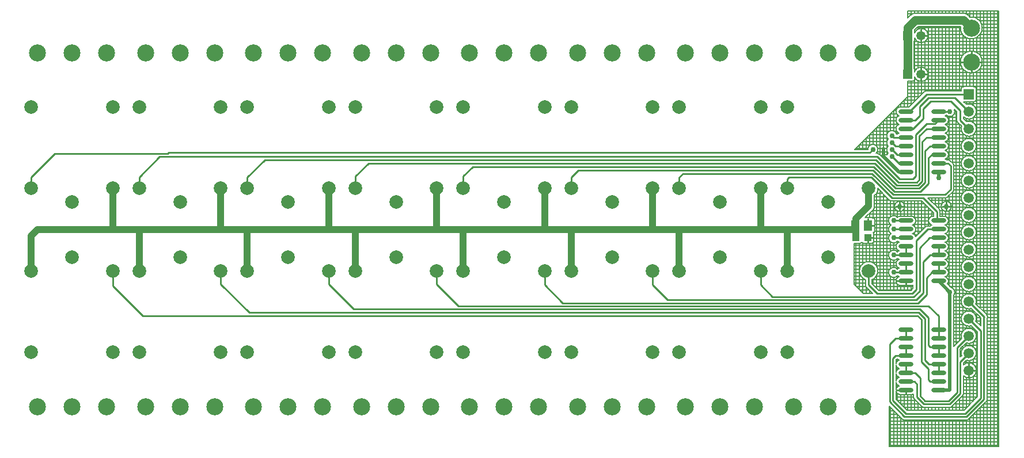
<source format=gtl>
%FSDAX24Y24*%
%MOIN*%
%SFA1B1*%

%IPPOS*%
%ADD10C,0.008000*%
%ADD11O,0.086600X0.023600*%
%ADD12R,0.043300X0.039400*%
%ADD13R,0.051200X0.059100*%
%ADD14C,0.010000*%
%ADD15C,0.020000*%
%ADD16C,0.039400*%
%ADD17C,0.050000*%
%ADD18R,0.053100X0.053100*%
%ADD19C,0.053100*%
%ADD20R,0.059100X0.059100*%
%ADD21C,0.059100*%
%ADD22C,0.078700*%
%ADD23C,0.098400*%
%ADD24C,0.030000*%
%LNde-270124-1*%
%LPD*%
G54D10*
X059172Y019488D02*
D01*
X059172Y019474*
X059173Y019461*
X059176Y019448*
X059179Y019435*
X059183Y019423*
X059188Y019410*
X059194Y019398*
X059200Y019387*
X059208Y019376*
X059216Y019365*
X059225Y019356*
X059228Y019353*
X059172Y019488D02*
D01*
X059172Y019474*
X059173Y019461*
X059176Y019448*
X059179Y019435*
X059183Y019423*
X059188Y019410*
X059194Y019398*
X059200Y019387*
X059208Y019376*
X059216Y019365*
X059225Y019356*
X059228Y019353*
X059552Y019813D02*
D01*
X059586Y019827*
X059619Y019844*
X059651Y019863*
X059682Y019884*
X059711Y019908*
X059738Y019933*
X059764Y019960*
X059787Y019989*
X059809Y020019*
X059828Y020051*
X059845Y020085*
X059859Y020119*
X059872Y020154*
X059881Y020190*
X059889Y020227*
X059893Y020264*
X059895Y020301*
X059896Y020312*
D01*
X059894Y020349*
X059890Y020386*
X059884Y020423*
X059875Y020459*
X059863Y020494*
X059849Y020529*
X059833Y020562*
X059814Y020594*
X059794Y020625*
X059771Y020655*
X059746Y020682*
X059719Y020708*
X059690Y020732*
X059660Y020754*
X059629Y020774*
X059596Y020791*
X059562Y020807*
X059527Y020819*
X059491Y020830*
X059454Y020837*
X059417Y020843*
X059380Y020845*
X059343*
X059306Y020843*
X059269Y020837*
X059232Y020830*
X059196Y020819*
X059161Y020807*
X059127Y020791*
X059095Y020774*
X059063Y020754*
X059033Y020732*
X059004Y020708*
X058977Y020682*
X058952Y020655*
X058929Y020625*
X058909Y020594*
X058890Y020562*
X058874Y020529*
X058860Y020494*
X058848Y020459*
X058839Y020423*
X058833Y020386*
X058829Y020349*
X058828Y020312*
X058829Y020274*
X058833Y020237*
X058839Y020200*
X058848Y020164*
X058860Y020129*
X058874Y020094*
X058890Y020061*
X058909Y020029*
X058929Y019998*
X058952Y019968*
X058977Y019941*
X059004Y019915*
X059033Y019891*
X059063Y019869*
X059095Y019849*
X059127Y019832*
X059161Y019816*
X059172Y019813*
X058965Y021978D02*
D01*
X058970Y021969*
X058976Y021962*
X058983Y021955*
X058990Y021948*
X058997Y021942*
X059005Y021936*
X059014Y021931*
X059022Y021926*
X059031Y021922*
X059040Y021919*
X059050Y021917*
X059059Y021915*
X059069Y021913*
X059079Y021913*
X059083Y021913*
X058847D02*
D01*
X058856Y021913*
X058866Y021914*
X058876Y021916*
X058885Y021918*
X058894Y021921*
X058903Y021925*
X058912Y021929*
X058921Y021934*
X058929Y021939*
X058936Y021945*
X058944Y021952*
X058951Y021959*
X058957Y021966*
X058963Y021974*
X058965Y021978*
X059517Y021913D02*
D01*
X059526Y021913*
X059536Y021914*
X059546Y021916*
X059555Y021918*
X059564Y021921*
X059573Y021925*
X059582Y021929*
X059591Y021934*
X059599Y021939*
X059606Y021945*
X059614Y021952*
X059621Y021959*
X059627Y021966*
X059633Y021974*
X059638Y021983*
X059642Y021991*
X059646Y022000*
X059650Y022009*
X059652Y022019*
X059654Y022028*
X059656Y022038*
X059656Y022048*
X059657Y022053*
Y022447D02*
D01*
X059656Y022456*
X059655Y022466*
X059653Y022476*
X059651Y022485*
X059648Y022494*
X059644Y022503*
X059640Y022512*
X059635Y022521*
X059633Y022525*
D01*
X059641Y022529*
X059650Y022533*
X059658Y022538*
X059666Y022544*
X059674Y022550*
X059681Y022557*
X059687Y022565*
X059693Y022572*
X059699Y022580*
X059704Y022589*
X059708Y022598*
X059712Y022607*
X059715Y022616*
X059717Y022626*
X059719Y022635*
X059720Y022645*
X059720Y022655*
X061019Y020415D02*
D01*
X061005Y020429*
X060990Y020443*
X060974Y020456*
X060958Y020468*
X060940Y020478*
X060922Y020487*
X060904Y020495*
X060885Y020502*
X060865Y020507*
X060845Y020511*
X060825Y020513*
X060805Y020514*
X060785Y020514*
X060764Y020512*
X060744Y020509*
X060725Y020505*
X060705Y020499*
X060686Y020491*
X060668Y020483*
X060650Y020473*
X060633Y020462*
X060617Y020450*
X060602Y020437*
X060588Y020422*
X060574Y020407*
X060562Y020391*
X060551Y020374*
X060541Y020356*
X060533Y020338*
X060525Y020319*
X060520Y020300*
X060515Y020280*
X060512Y020260*
X060510Y020240*
X060510Y020220*
X060511Y020200*
X060513Y020179*
X060517Y020160*
X060522Y020140*
X060529Y020121*
X060537Y020102*
X060546Y020084*
X060556Y020067*
X060568Y020050*
X060581Y020035*
X060594Y020020*
X060609Y020006*
X060625Y019993*
X060641Y019981*
X060659Y019971*
X060677Y019962*
X060695Y019954*
X060714Y019947*
X060734Y019942*
X060754Y019938*
X060774Y019936*
X060794Y019935*
X060814Y019935*
X060835Y019937*
X060855Y019940*
X060874Y019944*
X060894Y019950*
X060913Y019958*
X060931Y019966*
X060949Y019976*
X060966Y019987*
X060982Y019999*
X060997Y020012*
X061011Y020027*
X061019Y020035*
Y021415D02*
D01*
X061005Y021429*
X060990Y021443*
X060974Y021456*
X060958Y021468*
X060940Y021478*
X060922Y021487*
X060904Y021495*
X060885Y021502*
X060865Y021507*
X060845Y021511*
X060825Y021513*
X060805Y021514*
X060785Y021514*
X060764Y021512*
X060744Y021509*
X060725Y021505*
X060705Y021499*
X060686Y021491*
X060668Y021483*
X060650Y021473*
X060633Y021462*
X060617Y021450*
X060602Y021437*
X060588Y021422*
X060574Y021407*
X060562Y021391*
X060551Y021374*
X060541Y021356*
X060533Y021338*
X060525Y021319*
X060520Y021300*
X060515Y021280*
X060512Y021260*
X060510Y021240*
X060510Y021220*
X060511Y021200*
X060513Y021179*
X060517Y021160*
X060522Y021140*
X060529Y021121*
X060537Y021102*
X060546Y021084*
X060556Y021067*
X060568Y021050*
X060581Y021035*
X060594Y021020*
X060609Y021006*
X060625Y020993*
X060641Y020981*
X060659Y020971*
X060677Y020962*
X060695Y020954*
X060714Y020947*
X060734Y020942*
X060754Y020938*
X060774Y020936*
X060794Y020935*
X060814Y020935*
X060835Y020937*
X060855Y020940*
X060874Y020944*
X060894Y020950*
X060913Y020958*
X060931Y020966*
X060949Y020976*
X060966Y020987*
X060982Y020999*
X060997Y021012*
X061011Y021027*
X061019Y021035*
X060653Y022475D02*
D01*
X060635Y022464*
X060619Y022452*
X060604Y022438*
X060589Y022424*
X060576Y022409*
X060564Y022393*
X060552Y022376*
X060542Y022359*
X060534Y022340*
X060526Y022322*
X060520Y022302*
X060515Y022283*
X060512Y022263*
X060510Y022242*
X060509Y022222*
X060510Y022202*
X060513Y022182*
X060516Y022162*
X060521Y022142*
X060528Y022123*
X060536Y022104*
X060545Y022086*
X060555Y022069*
X060566Y022052*
X060579Y022036*
X060592Y022021*
X060607Y022007*
X060623Y021995*
X060639Y021983*
X060656Y021972*
X060674Y021963*
X060693Y021955*
X060712Y021948*
X060732Y021943*
X060751Y021938*
X060771Y021936*
X060792Y021935*
X060812Y021935*
X060832Y021936*
X060852Y021939*
X060872Y021944*
X060891Y021949*
X060910Y021956*
X060929Y021965*
X060947Y021975*
X060964Y021985*
X060980Y021997*
X060995Y022011*
X061010Y022025*
X061019Y022035*
X060653Y022975D02*
D01*
X060635Y022964*
X060619Y022952*
X060604Y022938*
X060589Y022924*
X060576Y022909*
X060564Y022893*
X060552Y022876*
X060542Y022859*
X060534Y022840*
X060526Y022822*
X060520Y022802*
X060515Y022783*
X060512Y022763*
X060510Y022742*
X060509Y022722*
X060510Y022702*
X060513Y022682*
X060516Y022662*
X060521Y022642*
X060528Y022623*
X060536Y022604*
X060545Y022586*
X060555Y022569*
X060566Y022552*
X060579Y022536*
X060592Y022521*
X060607Y022507*
X060623Y022495*
X060639Y022483*
X060653Y022475*
X061019Y023415D02*
D01*
X061005Y023429*
X060990Y023443*
X060974Y023456*
X060958Y023468*
X060940Y023478*
X060922Y023487*
X060904Y023495*
X060885Y023502*
X060865Y023507*
X060845Y023511*
X060825Y023513*
X060805Y023514*
X060785Y023514*
X060764Y023512*
X060744Y023509*
X060725Y023505*
X060705Y023499*
X060686Y023491*
X060668Y023483*
X060650Y023473*
X060633Y023462*
X060617Y023450*
X060602Y023437*
X060588Y023422*
X060574Y023407*
X060562Y023391*
X060551Y023374*
X060541Y023356*
X060533Y023338*
X060525Y023319*
X060520Y023300*
X060515Y023280*
X060512Y023260*
X060510Y023240*
X060510Y023220*
X060511Y023200*
X060513Y023179*
X060517Y023160*
X060522Y023140*
X060529Y023121*
X060537Y023102*
X060546Y023084*
X060556Y023067*
X060568Y023050*
X060581Y023035*
X060594Y023020*
X060609Y023006*
X060625Y022993*
X060641Y022981*
X060653Y022975*
X061291Y011736D02*
D01*
X061300Y011726*
X061310Y011718*
X061321Y011710*
X061333Y011703*
X061344Y011697*
X061357Y011692*
X061369Y011688*
X061382Y011684*
X061395Y011682*
X061408Y011680*
X061421Y011679*
X061425Y011680*
X061291Y011736D02*
D01*
X061300Y011726*
X061310Y011718*
X061321Y011711*
X061333Y011704*
X061344Y011698*
X061357Y011693*
X061369Y011688*
X061382Y011685*
X061395Y011682*
X061408Y011681*
X061421Y011680*
X061425Y011680*
X060940Y013362D02*
D01*
X060943Y013344*
X060947Y013326*
X060953Y013309*
X060960Y013293*
X060968Y013277*
X060977Y013261*
X060987Y013246*
X060998Y013232*
X061011Y013219*
X061024Y013206*
X061037Y013195*
X061052Y013185*
X061067Y013175*
X061083Y013167*
X061100Y013160*
X061117Y013154*
X061134Y013149*
X061152Y013145*
X061170Y013143*
X061188Y013142*
X061195Y013142*
X061960Y013000D02*
D01*
X061960Y012986*
X061961Y012973*
X061964Y012960*
X061967Y012947*
X061971Y012935*
X061976Y012922*
X061982Y012910*
X061988Y012899*
X061996Y012888*
X062004Y012877*
X062013Y012868*
X062016Y012866*
X062416Y012466D02*
D01*
X062425Y012456*
X062435Y012448*
X062446Y012441*
X062458Y012434*
X062469Y012428*
X062482Y012423*
X062494Y012418*
X062507Y012415*
X062520Y012412*
X062533Y012411*
X062546Y012410*
X062550Y012410*
X061825Y013142D02*
D01*
X061842Y013142*
X061860Y013144*
X061878Y013147*
X061896Y013151*
X061913Y013157*
X061929Y013164*
X061946Y013172*
X061960Y013180*
Y013000D02*
D01*
X061960Y012986*
X061961Y012973*
X061964Y012960*
X061967Y012947*
X061971Y012935*
X061976Y012922*
X061982Y012910*
X061988Y012899*
X061996Y012888*
X062004Y012877*
X062013Y012868*
X062016Y012865*
X062415Y012466D02*
D01*
X062424Y012456*
X062434Y012448*
X062445Y012440*
X062457Y012433*
X062468Y012427*
X062481Y012422*
X062493Y012418*
X062506Y012414*
X062519Y012412*
X062532Y012410*
X062545Y012409*
X062550Y012410*
X061131Y014150D02*
D01*
X061113Y014144*
X061096Y014138*
X061080Y014131*
X061064Y014122*
X061049Y014113*
X061034Y014102*
X061021Y014090*
X061008Y014078*
X060996Y014064*
X060985Y014050*
X060975Y014035*
X060966Y014019*
X060958Y014003*
X060951Y013986*
X060946Y013969*
X060942Y013952*
X060940Y013938*
X061131Y013650D02*
D01*
X061113Y013644*
X061096Y013638*
X061080Y013631*
X061064Y013622*
X061049Y013613*
X061034Y013602*
X061021Y013590*
X061008Y013578*
X060996Y013564*
X060985Y013550*
X060975Y013535*
X060966Y013519*
X060958Y013503*
X060951Y013486*
X060946Y013469*
X060942Y013452*
X060940Y013438*
Y013862D02*
D01*
X060943Y013844*
X060947Y013826*
X060953Y013809*
X060960Y013793*
X060968Y013777*
X060977Y013761*
X060987Y013746*
X060998Y013732*
X061011Y013719*
X061024Y013706*
X061037Y013695*
X061052Y013685*
X061067Y013675*
X061083Y013667*
X061100Y013660*
X061117Y013654*
X061131Y013650*
X060940Y014362D02*
D01*
X060943Y014344*
X060947Y014326*
X060953Y014309*
X060960Y014293*
X060968Y014277*
X060977Y014261*
X060987Y014246*
X060998Y014232*
X061011Y014219*
X061024Y014206*
X061037Y014195*
X061052Y014185*
X061067Y014175*
X061083Y014167*
X061100Y014160*
X061117Y014154*
X061131Y014150*
Y014650D02*
D01*
X061113Y014644*
X061096Y014638*
X061080Y014631*
X061064Y014622*
X061049Y014613*
X061034Y014602*
X061021Y014590*
X061008Y014578*
X060996Y014564*
X060985Y014550*
X060975Y014535*
X060966Y014519*
X060958Y014503*
X060951Y014486*
X060946Y014469*
X060942Y014452*
X060940Y014438*
Y014862D02*
D01*
X060943Y014844*
X060947Y014826*
X060953Y014809*
X060960Y014793*
X060968Y014777*
X060977Y014761*
X060987Y014746*
X060998Y014732*
X061011Y014719*
X061024Y014706*
X061037Y014695*
X061052Y014685*
X061067Y014675*
X061083Y014667*
X061100Y014660*
X061117Y014654*
X061131Y014650*
X061021Y015210D02*
D01*
X061034Y015198*
X061049Y015187*
X061064Y015177*
X061080Y015169*
X061096Y015161*
X061113Y015155*
X061130Y015150*
X061131Y015150*
D01*
X061113Y015144*
X061096Y015138*
X061080Y015131*
X061064Y015122*
X061049Y015113*
X061034Y015102*
X061021Y015090*
X061008Y015078*
X060996Y015064*
X060985Y015050*
X060975Y015035*
X060966Y015019*
X060958Y015003*
X060951Y014986*
X060946Y014969*
X060942Y014952*
X060940Y014938*
X061131Y020975D02*
D01*
X061113Y020969*
X061096Y020963*
X061080Y020956*
X061064Y020947*
X061049Y020938*
X061034Y020927*
X061021Y020915*
X061008Y020903*
X060996Y020889*
X060985Y020875*
X060975Y020860*
X060966Y020844*
X060958Y020828*
X060951Y020811*
X060946Y020794*
X060942Y020777*
X060939Y020759*
X060937Y020741*
X060936Y020723*
X060937Y020705*
X060939Y020687*
X060942Y020669*
X060947Y020652*
X060953Y020635*
X060959Y020618*
X060967Y020602*
X060977Y020586*
X060987Y020572*
X060998Y020557*
X061010Y020544*
X061023Y020532*
X061037Y020520*
X061052Y020510*
X061067Y020500*
X061083Y020492*
X061099Y020485*
X061116Y020479*
X061131Y020475*
X061021Y020035D02*
D01*
X061034Y020023*
X061049Y020012*
X061064Y020002*
X061080Y019994*
X061096Y019986*
X061113Y019980*
X061130Y019975*
X061131Y019975*
Y020475D02*
D01*
X061113Y020469*
X061096Y020463*
X061080Y020456*
X061064Y020447*
X061049Y020438*
X061034Y020427*
X061021Y020415*
X061021Y020415*
Y021035D02*
D01*
X061034Y021023*
X061049Y021012*
X061064Y021002*
X061080Y020994*
X061096Y020986*
X061113Y020980*
X061130Y020975*
X061131Y020975*
X061021Y022035D02*
D01*
X061034Y022023*
X061049Y022012*
X061064Y022002*
X061080Y021994*
X061096Y021986*
X061113Y021980*
X061130Y021975*
X061131Y021975*
Y019975D02*
D01*
X061113Y019969*
X061096Y019963*
X061080Y019956*
X061064Y019947*
X061049Y019938*
X061034Y019927*
X061021Y019915*
X061008Y019903*
X060996Y019889*
X060985Y019875*
X060975Y019860*
X060966Y019844*
X060958Y019828*
X060951Y019811*
X060946Y019794*
X060942Y019777*
X060939Y019759*
X060937Y019741*
X060936Y019723*
X060937Y019705*
X060939Y019687*
X060942Y019669*
X060947Y019652*
X060953Y019635*
X060959Y019618*
X060967Y019602*
X060977Y019586*
X060987Y019572*
X060998Y019557*
X061010Y019544*
X061023Y019532*
X061037Y019520*
X061052Y019510*
X061067Y019500*
X061083Y019492*
X061099Y019485*
X061116Y019479*
X061134Y019474*
X061151Y019470*
X061169Y019468*
X061187Y019467*
X061195Y019467*
X061131Y021975D02*
D01*
X061113Y021969*
X061096Y021963*
X061080Y021956*
X061064Y021947*
X061049Y021938*
X061034Y021927*
X061021Y021915*
X061008Y021903*
X060996Y021889*
X060985Y021875*
X060975Y021860*
X060966Y021844*
X060958Y021828*
X060951Y021811*
X060946Y021794*
X060942Y021777*
X060939Y021759*
X060937Y021741*
X060936Y021723*
X060937Y021705*
X060939Y021687*
X060942Y021669*
X060947Y021652*
X060953Y021635*
X060959Y021618*
X060967Y021602*
X060977Y021586*
X060987Y021572*
X060998Y021557*
X061010Y021544*
X061023Y021532*
X061037Y021520*
X061052Y021510*
X061067Y021500*
X061083Y021492*
X061099Y021485*
X061116Y021479*
X061131Y021475*
D01*
X061113Y021469*
X061096Y021463*
X061080Y021456*
X061064Y021447*
X061049Y021438*
X061034Y021427*
X061021Y021415*
X061021Y021415*
X061825Y019467D02*
D01*
X061842Y019467*
X061860Y019469*
X061878Y019472*
X061896Y019476*
X061913Y019482*
X061930Y019489*
X062074Y022293D02*
D01*
X062068Y022310*
X062062Y022326*
X062054Y022343*
X062045Y022358*
X062035Y022374*
X062024Y022388*
X062012Y022401*
X062000Y022414*
X061986Y022426*
X061972Y022437*
X061956Y022446*
X061941Y022455*
X061924Y022463*
X061907Y022469*
X061890Y022474*
X061889Y022475*
X063973Y020725D02*
D01*
X063972Y020742*
X063970Y020760*
X063967Y020778*
X063963Y020796*
X063957Y020813*
X063950Y020829*
X063942Y020846*
X063933Y020861*
X063923Y020876*
X063912Y020890*
X063900Y020904*
X063887Y020916*
X063873Y020928*
X063859Y020938*
X063844Y020948*
X063828Y020956*
X063811Y020964*
X063794Y020970*
X063779Y020975*
X063973Y019725D02*
D01*
X063972Y019742*
X063970Y019760*
X063967Y019778*
X063963Y019796*
X063957Y019813*
X063950Y019829*
X063942Y019846*
X063933Y019861*
X063923Y019876*
X063912Y019890*
X063900Y019904*
X063887Y019916*
X063873Y019928*
X063859Y019938*
X063844Y019948*
X063828Y019956*
X063811Y019964*
X063794Y019970*
X063779Y019975*
Y020475D02*
D01*
X063796Y020480*
X063813Y020486*
X063829Y020493*
X063845Y020502*
X063860Y020511*
X063875Y020522*
X063888Y020534*
X063901Y020546*
X063913Y020560*
X063924Y020574*
X063934Y020589*
X063943Y020605*
X063951Y020621*
X063958Y020638*
X063963Y020655*
X063967Y020672*
X063970Y020690*
X063972Y020708*
X063973Y020725*
X061889Y022475D02*
D01*
X061906Y022480*
X061923Y022486*
X061939Y022493*
X061955Y022502*
X061970Y022511*
X061985Y022522*
X061998Y022534*
X062011Y022546*
X062023Y022560*
X062034Y022574*
X062044Y022589*
X062053Y022605*
X062061Y022621*
X062068Y022638*
X062073Y022655*
X062077Y022672*
X062080Y022690*
X062082Y022708*
X062083Y022725*
D01*
X062082Y022742*
X062080Y022760*
X062077Y022778*
X062073Y022796*
X062067Y022813*
X062060Y022829*
X062052Y022846*
X062043Y022861*
X062033Y022876*
X062022Y022890*
X062010Y022904*
X061997Y022916*
X061983Y022928*
X061969Y022938*
X061954Y022948*
X061938Y022956*
X061921Y022964*
X061904Y022970*
X061889Y022975*
D01*
X061906Y022980*
X061923Y022986*
X061939Y022993*
X061955Y023002*
X061970Y023011*
X061985Y023022*
X061998Y023034*
X062011Y023046*
X062023Y023060*
X062034Y023074*
X062044Y023089*
X062053Y023105*
X062061Y023121*
X062068Y023138*
X062073Y023155*
X062077Y023172*
X062080Y023190*
X062082Y023208*
X062083Y023225*
X062775Y022915D02*
D01*
X062761Y022914*
X062748Y022913*
X062735Y022910*
X062722Y022907*
X062710Y022903*
X062697Y022898*
X062685Y022892*
X062674Y022886*
X062663Y022878*
X062652Y022870*
X062643Y022861*
X062640Y022859*
X062775Y022915D02*
D01*
X062761Y022914*
X062748Y022913*
X062735Y022910*
X062722Y022907*
X062710Y022903*
X062697Y022898*
X062685Y022892*
X062674Y022886*
X062663Y022878*
X062652Y022870*
X062643Y022861*
X062641Y022859*
X063021Y022975D02*
D01*
X063003Y022969*
X062986Y022963*
X062970Y022956*
X062954Y022947*
X062939Y022938*
X062924Y022927*
X062911Y022915*
X062910Y022915*
X063085Y023483D02*
D01*
X063067Y023482*
X063049Y023480*
X063031Y023477*
X063013Y023473*
X062996Y023467*
X062980Y023460*
X062963Y023452*
X062948Y023443*
X062933Y023433*
X062919Y023422*
X062905Y023410*
X062893Y023397*
X062881Y023383*
X062871Y023369*
X062861Y023354*
X062853Y023338*
X062845Y023321*
X062839Y023304*
X062834Y023287*
X062830Y023269*
X062828Y023251*
X062827Y023234*
Y023215*
X062828Y023198*
X062830Y023180*
X062834Y023162*
X062839Y023145*
X062845Y023128*
X062853Y023111*
X062861Y023096*
X062871Y023080*
X062881Y023066*
X062893Y023052*
X062905Y023039*
X062919Y023027*
X062933Y023016*
X062948Y023006*
X062963Y022997*
X062980Y022989*
X062996Y022982*
X063013Y022976*
X063021Y022975*
X059600Y023824D02*
D01*
X059616Y023841*
X059630Y023859*
X059644Y023878*
X059656Y023898*
X059667Y023919*
X059676Y023941*
X059683Y023963*
X059689Y023986*
X059694Y024009*
X059697Y024032*
X059698Y024056*
X059699Y024062*
X059720Y023245D02*
D01*
X059719Y023254*
X059718Y023264*
X059716Y023274*
X059714Y023283*
X059711Y023292*
X059707Y023301*
X059703Y023310*
X059698Y023319*
X059693Y023327*
X059687Y023334*
X059680Y023342*
X059673Y023349*
X059666Y023355*
X059658Y023361*
X059650Y023366*
X059641Y023370*
X059632Y023374*
X059623Y023378*
X059613Y023380*
X059604Y023382*
X059594Y023384*
X059584Y023384*
X059580Y023385*
X059600Y023824D02*
D01*
X059616Y023841*
X059630Y023859*
X059644Y023878*
X059656Y023898*
X059667Y023919*
X059676Y023941*
X059683Y023963*
X059689Y023986*
X059694Y024009*
X059697Y024032*
X059698Y024056*
X059699Y024062*
X059777Y027120D02*
D01*
X059792Y027132*
X059807Y027146*
X059820Y027161*
X059833Y027177*
X059844Y027194*
X059855Y027211*
X059864Y027230*
X059871Y027248*
X059878Y027267*
X059883Y027287*
X059887Y027307*
X059889Y027327*
X059890Y027347*
X059890Y027350*
X059699Y024674D02*
D01*
X059727Y024698*
X059753Y024724*
X059777Y024753*
X059800Y024782*
X059820Y024814*
X059838Y024846*
X059853Y024880*
X059867Y024915*
X059877Y024951*
X059886Y024987*
X059892Y025024*
X059895Y025061*
X059896Y025085*
X059982Y027064D02*
D01*
X059972Y027073*
X059962Y027081*
X059951Y027089*
X059939Y027096*
X059928Y027102*
X059915Y027107*
X059903Y027111*
X059890Y027115*
X059877Y027117*
X059864Y027119*
X059851Y027120*
X059847Y027120*
X059982Y027064D02*
D01*
X059972Y027073*
X059962Y027081*
X059951Y027088*
X059939Y027095*
X059928Y027101*
X059915Y027106*
X059903Y027111*
X059890Y027114*
X059877Y027117*
X059864Y027118*
X059851Y027119*
X059847Y027120*
X061195Y023483D02*
D01*
X061177Y023482*
X061159Y023480*
X061141Y023477*
X061123Y023473*
X061106Y023467*
X061090Y023460*
X061073Y023452*
X061058Y023443*
X061043Y023433*
X061029Y023422*
X061021Y023415*
X061440Y024050D02*
D01*
X061439Y024070*
X061437Y024090*
X061433Y024110*
X061428Y024129*
X061422Y024149*
X061414Y024167*
X061406Y024186*
X061395Y024203*
X061384Y024220*
X061372Y024236*
X061358Y024251*
X061344Y024265*
X061328Y024278*
X061312Y024290*
X061295Y024301*
X061277Y024310*
X061258Y024318*
X061239Y024325*
X061220Y024331*
X061200Y024335*
X061180Y024338*
X061160Y024339*
X061139*
X061119Y024338*
X061099Y024335*
X061079Y024331*
X061060Y024325*
X061041Y024318*
X061022Y024310*
X061005Y024301*
X060987Y024290*
X060971Y024278*
X060955Y024265*
X060941Y024251*
X060927Y024236*
X060915Y024220*
X060904Y024203*
X060893Y024186*
X060885Y024167*
X060877Y024149*
X060871Y024129*
X060866Y024110*
X060862Y024090*
X060860Y024070*
X060860Y024050*
X060860Y024029*
X060862Y024009*
X060866Y023989*
X060871Y023970*
X060877Y023950*
X060885Y023932*
X060893Y023913*
X060904Y023896*
X060915Y023879*
X060927Y023863*
X060941Y023848*
X060955Y023834*
X060971Y023821*
X060987Y023809*
X061005Y023798*
X061022Y023789*
X061041Y023781*
X061060Y023774*
X061079Y023768*
X061099Y023764*
X061119Y023761*
X061139Y023760*
X061160*
X061180Y023761*
X061200Y023764*
X061220Y023768*
X061239Y023774*
X061258Y023781*
X061277Y023789*
X061295Y023798*
X061312Y023809*
X061328Y023821*
X061344Y023834*
X061358Y023848*
X061372Y023863*
X061384Y023879*
X061395Y023896*
X061406Y023913*
X061414Y023932*
X061422Y023950*
X061428Y023970*
X061433Y023989*
X061437Y024009*
X061439Y024029*
X061440Y024050*
X060421Y027029D02*
D01*
X060404Y027033*
X060388Y027036*
X060371Y027038*
X060355Y027039*
X060338Y027039*
X060321Y027038*
X060305Y027035*
X060288Y027031*
X060272Y027026*
X060257Y027021*
X060241Y027014*
X060227Y027005*
X060213Y026996*
X060199Y026986*
X060187Y026975*
X060175Y026964*
X060164Y026951*
X060154Y026938*
X060144Y026924*
X060136Y026909*
X060136Y026910*
X060490Y027550D02*
D01*
X060476Y027534*
X060464Y027518*
X060453Y027501*
X060443Y027484*
X060434Y027466*
X060426Y027447*
X060420Y027428*
X060415Y027408*
X060412Y027388*
X060410Y027368*
X060410Y027347*
X060410Y027327*
X060413Y027307*
X060416Y027287*
X060421Y027268*
X060428Y027248*
X060435Y027230*
X060444Y027212*
X060455Y027194*
X060466Y027177*
X060479Y027162*
X060490Y027150*
D01*
X060476Y027134*
X060464Y027118*
X060453Y027101*
X060443Y027084*
X060434Y027066*
X060426Y027047*
X060421Y027029*
X060566Y024416D02*
D01*
X060575Y024406*
X060585Y024398*
X060596Y024391*
X060608Y024384*
X060619Y024378*
X060632Y024373*
X060644Y024368*
X060657Y024365*
X060670Y024362*
X060683Y024361*
X060696Y024360*
X060700Y024360*
X060565Y024416D02*
D01*
X060574Y024406*
X060584Y024398*
X060595Y024390*
X060607Y024383*
X060618Y024377*
X060631Y024372*
X060643Y024368*
X060656Y024364*
X060669Y024362*
X060682Y024360*
X060695Y024359*
X060700Y024360*
X059890Y027350D02*
D01*
X059889Y027370*
X059887Y027390*
X059883Y027410*
X059878Y027429*
X059872Y027449*
X059864Y027467*
X059856Y027486*
X059845Y027503*
X059834Y027520*
X059822Y027536*
X059808Y027551*
X059794Y027565*
X059778Y027578*
X059762Y027590*
X059745Y027601*
X059727Y027610*
X059708Y027618*
X059689Y027625*
X059670Y027631*
X059650Y027635*
X059630Y027638*
X059610Y027639*
X059589*
X059569Y027638*
X059549Y027635*
X059529Y027631*
X059510Y027625*
X059491Y027618*
X059472Y027610*
X059455Y027601*
X059437Y027590*
X059421Y027578*
X059405Y027565*
X059391Y027551*
X059377Y027536*
X059365Y027520*
X059354Y027503*
X059343Y027486*
X059335Y027467*
X059327Y027449*
X059321Y027429*
X059316Y027410*
X059312Y027390*
X059310Y027370*
X059310Y027350*
X060490Y027950D02*
D01*
X060476Y027934*
X060464Y027918*
X060453Y027901*
X060443Y027884*
X060434Y027866*
X060426Y027847*
X060420Y027828*
X060415Y027808*
X060412Y027788*
X060410Y027768*
X060410Y027747*
X060410Y027727*
X060413Y027707*
X060416Y027687*
X060421Y027668*
X060428Y027648*
X060435Y027630*
X060444Y027612*
X060455Y027594*
X060466Y027577*
X060479Y027562*
X060490Y027550*
X060976Y028240D02*
D01*
X060969Y028259*
X060960Y028277*
X060951Y028295*
X060940Y028312*
X060928Y028328*
X060915Y028344*
X060901Y028359*
X060886Y028372*
X060870Y028385*
X060853Y028396*
X060836Y028406*
X060817Y028415*
X060799Y028422*
X060779Y028429*
X060760Y028434*
X060740Y028437*
X060719Y028439*
X060699Y028440*
X060679Y028439*
X060659Y028437*
X060639Y028433*
X060619Y028428*
X060600Y028422*
X060581Y028415*
X060563Y028406*
X060545Y028396*
X060529Y028384*
X060513Y028372*
X060498Y028358*
X060484Y028344*
X060471Y028328*
X060459Y028312*
X060448Y028294*
X060438Y028276*
X060430Y028258*
X060423Y028239*
X060418Y028219*
X060414Y028200*
X060411Y028180*
X060409Y028159*
X060409Y028139*
X060411Y028119*
X060414Y028099*
X060418Y028079*
X060424Y028060*
X060430Y028040*
X060439Y028022*
X060448Y028004*
X060459Y027987*
X060471Y027971*
X060484Y027955*
X060490Y027950*
X061131Y028800D02*
D01*
X061113Y028794*
X061096Y028788*
X061080Y028781*
X061064Y028772*
X061049Y028763*
X061034Y028752*
X061021Y028740*
X061008Y028728*
X060996Y028714*
X060985Y028700*
X060975Y028685*
X060966Y028669*
X060958Y028653*
X060951Y028636*
X060946Y028619*
X060942Y028602*
X060939Y028584*
X060937Y028566*
X060936Y028548*
X060937Y028530*
X060939Y028512*
X060942Y028494*
X060947Y028477*
X060953Y028460*
X060959Y028443*
X060967Y028427*
X060977Y028411*
X060987Y028397*
X060998Y028382*
X061010Y028369*
X061023Y028357*
X061037Y028345*
X061052Y028335*
X061067Y028325*
X061083Y028317*
X061099Y028310*
X061116Y028304*
X061131Y028300*
Y029300D02*
D01*
X061113Y029294*
X061096Y029288*
X061080Y029281*
X061064Y029272*
X061049Y029263*
X061034Y029252*
X061021Y029240*
X061008Y029228*
X060996Y029214*
X060985Y029200*
X060975Y029185*
X060966Y029169*
X060958Y029153*
X060951Y029136*
X060946Y029119*
X060942Y029102*
X060939Y029084*
X060937Y029066*
X060936Y029048*
X060937Y029030*
X060939Y029012*
X060942Y028994*
X060947Y028977*
X060953Y028960*
X060959Y028943*
X060967Y028927*
X060977Y028911*
X060987Y028897*
X060998Y028882*
X061010Y028869*
X061023Y028857*
X061037Y028845*
X061052Y028835*
X061067Y028825*
X061083Y028817*
X061099Y028810*
X061116Y028804*
X061131Y028800*
X061195Y029808D02*
D01*
X061177Y029807*
X061159Y029805*
X061141Y029802*
X061123Y029798*
X061106Y029792*
X061090Y029785*
X061073Y029777*
X061058Y029768*
X061043Y029758*
X061029Y029747*
X061015Y029735*
X061003Y029722*
X060991Y029708*
X060981Y029694*
X060971Y029679*
X060963Y029663*
X060955Y029646*
X060949Y029629*
X060944Y029612*
X060940Y029594*
X060938Y029576*
X060937Y029559*
Y029540*
X060938Y029523*
X060940Y029505*
X060944Y029487*
X060949Y029470*
X060955Y029453*
X060963Y029436*
X060971Y029421*
X060981Y029405*
X060991Y029391*
X061003Y029377*
X061015Y029364*
X061029Y029352*
X061043Y029341*
X061058Y029331*
X061073Y029322*
X061090Y029314*
X061106Y029307*
X061123Y029301*
X061131Y029300*
Y028300D02*
D01*
X061113Y028294*
X061096Y028288*
X061080Y028281*
X061064Y028272*
X061049Y028263*
X061034Y028252*
X061021Y028240*
X061021Y028240*
X061872Y031294D02*
D01*
X061881Y031294*
X061891Y031295*
X061901Y031297*
X061910Y031299*
X061919Y031302*
X061928Y031306*
X061937Y031310*
X061946Y031315*
X061954Y031320*
X061961Y031326*
X061969Y031333*
X061976Y031340*
X061982Y031347*
X061988Y031355*
X061993Y031364*
X061997Y031372*
X062001Y031381*
X062005Y031390*
X062007Y031400*
X062009Y031409*
X062011Y031419*
X062011Y031429*
X062012Y031434*
Y034216D02*
D01*
X062011Y034225*
X062010Y034235*
X062008Y034245*
X062006Y034254*
X062006Y034255*
X062083Y023225D02*
D01*
X062082Y023242*
X062080Y023260*
X062077Y023278*
X062073Y023296*
X062067Y023313*
X062060Y023329*
X062052Y023346*
X062043Y023361*
X062033Y023376*
X062022Y023390*
X062010Y023404*
X061997Y023416*
X061983Y023428*
X061969Y023438*
X061954Y023448*
X061938Y023456*
X061921Y023464*
X061904Y023470*
X061887Y023475*
X061869Y023479*
X061851Y023481*
X061834Y023482*
X061825Y023483*
X062700Y030740D02*
D01*
X062686Y030739*
X062673Y030738*
X062660Y030735*
X062647Y030732*
X062635Y030728*
X062622Y030723*
X062610Y030717*
X062599Y030711*
X062588Y030703*
X062577Y030695*
X062568Y030686*
X062566Y030684*
X062700Y030740D02*
D01*
X062686Y030739*
X062673Y030738*
X062660Y030735*
X062647Y030732*
X062635Y030728*
X062622Y030723*
X062610Y030717*
X062599Y030711*
X062588Y030703*
X062577Y030695*
X062568Y030686*
X062565Y030684*
X062012Y031562D02*
D01*
X062022Y031535*
X062034Y031510*
X062049Y031485*
X062064Y031462*
X062082Y031439*
X062101Y031418*
X062121Y031398*
X062143Y031380*
X062166Y031363*
X062190Y031348*
X062215Y031335*
X062240Y031323*
X062267Y031314*
X062294Y031306*
X062322Y031300*
X062350Y031296*
X062378Y031294*
X062407Y031294*
X062435Y031295*
X062463Y031299*
X062491Y031305*
X062518Y031313*
X062545Y031323*
X062571Y031334*
X062596Y031347*
X062620Y031362*
X062643Y031379*
X062665Y031397*
X062685Y031417*
X062704Y031438*
X062722Y031460*
X062737Y031483*
X062752Y031508*
X062764Y031533*
X062775Y031560*
X062784Y031587*
X062791Y031614*
X062796Y031642*
X062799Y031670*
X062800Y031699*
X062799Y031700*
X063490Y023750D02*
D01*
X063489Y023763*
X063488Y023776*
X063485Y023789*
X063482Y023802*
X063478Y023814*
X063473Y023827*
X063467Y023839*
X063461Y023850*
X063453Y023861*
X063445Y023872*
X063436Y023881*
X063434Y023884*
X063490Y023750D02*
D01*
X063489Y023763*
X063488Y023776*
X063485Y023789*
X063482Y023802*
X063478Y023814*
X063473Y023827*
X063467Y023839*
X063461Y023850*
X063453Y023861*
X063445Y023872*
X063436Y023881*
X063434Y023885*
X063973Y023225D02*
D01*
X063972Y023242*
X063970Y023260*
X063967Y023278*
X063963Y023296*
X063957Y023313*
X063950Y023329*
X063942Y023346*
X063933Y023361*
X063923Y023376*
X063912Y023390*
X063900Y023404*
X063887Y023416*
X063873Y023428*
X063859Y023438*
X063844Y023448*
X063828Y023456*
X063811Y023464*
X063794Y023470*
X063777Y023475*
X063759Y023479*
X063741Y023481*
X063724Y023482*
X063715Y023483*
X064140Y024050D02*
D01*
X064139Y024070*
X064137Y024090*
X064133Y024110*
X064128Y024129*
X064122Y024149*
X064114Y024167*
X064106Y024186*
X064095Y024203*
X064084Y024220*
X064072Y024236*
X064058Y024251*
X064044Y024265*
X064028Y024278*
X064012Y024290*
X063995Y024301*
X063977Y024310*
X063958Y024318*
X063939Y024325*
X063920Y024331*
X063900Y024335*
X063880Y024338*
X063860Y024339*
X063839*
X063819Y024338*
X063799Y024335*
X063779Y024331*
X063760Y024325*
X063741Y024318*
X063722Y024310*
X063705Y024301*
X063687Y024290*
X063671Y024278*
X063655Y024265*
X063641Y024251*
X063627Y024236*
X063615Y024220*
X063604Y024203*
X063593Y024186*
X063585Y024167*
X063577Y024149*
X063571Y024129*
X063566Y024110*
X063562Y024090*
X063560Y024070*
X063560Y024050*
X063560Y024029*
X063562Y024009*
X063566Y023989*
X063571Y023970*
X063577Y023950*
X063585Y023932*
X063593Y023913*
X063604Y023896*
X063615Y023879*
X063627Y023863*
X063641Y023848*
X063655Y023834*
X063671Y023821*
X063687Y023809*
X063705Y023798*
X063722Y023789*
X063741Y023781*
X063760Y023774*
X063779Y023768*
X063799Y023764*
X063819Y023761*
X063839Y023760*
X063860*
X063880Y023761*
X063900Y023764*
X063920Y023768*
X063939Y023774*
X063958Y023781*
X063977Y023789*
X063995Y023798*
X064012Y023809*
X064028Y023821*
X064044Y023834*
X064058Y023848*
X064072Y023863*
X064084Y023879*
X064095Y023896*
X064106Y023913*
X064114Y023932*
X064122Y023950*
X064128Y023970*
X064133Y023989*
X064137Y024009*
X064139Y024029*
X064140Y024050*
X063779Y026800D02*
D01*
X063796Y026805*
X063813Y026811*
X063829Y026818*
X063845Y026827*
X063860Y026836*
X063875Y026847*
X063888Y026859*
X063901Y026871*
X063913Y026885*
X063924Y026899*
X063934Y026914*
X063943Y026930*
X063951Y026946*
X063958Y026963*
X063963Y026980*
X063967Y026997*
X063970Y027015*
X063972Y027033*
X063973Y027050*
D01*
X063972Y027067*
X063970Y027085*
X063967Y027103*
X063963Y027121*
X063957Y027138*
X063950Y027154*
X063942Y027171*
X063933Y027186*
X063923Y027201*
X063912Y027215*
X063900Y027229*
X063887Y027241*
X063873Y027253*
X063859Y027263*
X063844Y027273*
X063828Y027281*
X063811Y027289*
X063794Y027295*
X063779Y027300*
Y029300D02*
D01*
X063796Y029305*
X063813Y029311*
X063829Y029318*
X063845Y029327*
X063856Y029334*
X063973Y029050D02*
D01*
X063972Y029067*
X063970Y029085*
X063967Y029103*
X063963Y029121*
X063957Y029138*
X063950Y029154*
X063942Y029171*
X063933Y029186*
X063923Y029201*
X063912Y029215*
X063900Y029229*
X063887Y029241*
X063873Y029253*
X063859Y029263*
X063844Y029273*
X063828Y029281*
X063811Y029289*
X063794Y029295*
X063779Y029300*
Y027800D02*
D01*
X063796Y027805*
X063813Y027811*
X063829Y027818*
X063845Y027827*
X063860Y027836*
X063875Y027847*
X063888Y027859*
X063901Y027871*
X063913Y027885*
X063924Y027899*
X063934Y027914*
X063943Y027930*
X063951Y027946*
X063958Y027963*
X063963Y027980*
X063967Y027997*
X063970Y028015*
X063972Y028033*
X063973Y028050*
D01*
X063972Y028067*
X063970Y028085*
X063967Y028103*
X063963Y028121*
X063957Y028138*
X063950Y028154*
X063942Y028171*
X063933Y028186*
X063923Y028201*
X063912Y028215*
X063900Y028229*
X063887Y028241*
X063873Y028253*
X063859Y028263*
X063844Y028273*
X063828Y028281*
X063811Y028289*
X063794Y028295*
X063779Y028300*
X062012Y031966D02*
D01*
X062011Y031975*
X062010Y031985*
X062008Y031995*
X062006Y032004*
X062003Y032013*
X061999Y032022*
X061996Y032030*
X062799Y031700D02*
D01*
X062798Y031728*
X062795Y031756*
X062790Y031784*
X062783Y031811*
X062774Y031838*
X062763Y031865*
X062751Y031890*
X062737Y031915*
X062721Y031938*
X062704Y031960*
X062685Y031982*
X062664Y032001*
X062642Y032019*
X062620Y032036*
X062596Y032051*
X062570Y032064*
X062545Y032076*
X062518Y032086*
X062491Y032093*
X062463Y032099*
X062435Y032103*
X062407Y032105*
X062378*
X062350Y032103*
X062322Y032099*
X062294Y032093*
X062267Y032086*
X062240Y032076*
X062215Y032064*
X062190Y032051*
X062165Y032036*
X062143Y032019*
X062121Y032001*
X062100Y031982*
X062081Y031960*
X062064Y031938*
X062048Y031915*
X062034Y031890*
X062022Y031865*
X062011Y031838*
X062012Y031838*
Y033812D02*
D01*
X062022Y033785*
X062034Y033760*
X062049Y033735*
X062064Y033712*
X062082Y033689*
X062101Y033668*
X062121Y033648*
X062143Y033630*
X062166Y033613*
X062190Y033598*
X062215Y033585*
X062240Y033573*
X062267Y033564*
X062294Y033556*
X062322Y033550*
X062350Y033546*
X062378Y033544*
X062407Y033544*
X062435Y033545*
X062463Y033549*
X062491Y033555*
X062518Y033563*
X062545Y033573*
X062571Y033584*
X062596Y033597*
X062620Y033612*
X062643Y033629*
X062665Y033647*
X062685Y033667*
X062704Y033688*
X062722Y033710*
X062737Y033733*
X062752Y033758*
X062764Y033783*
X062775Y033810*
X062784Y033837*
X062791Y033864*
X062796Y033892*
X062799Y033920*
X062800Y033949*
X062799Y033950*
X061996Y033620D02*
D01*
X062000Y033628*
X062003Y033637*
X062006Y033647*
X062009Y033656*
X062010Y033666*
X062011Y033676*
X062012Y033684*
X062050Y035240D02*
D01*
X062022Y035239*
X061995Y035236*
X061968Y035231*
X061942Y035224*
X061916Y035216*
X061891Y035206*
X061866Y035194*
X061843Y035180*
X061820Y035165*
X061799Y035148*
X061779Y035130*
X061774Y035126*
X062050Y035240D02*
D01*
X062022Y035239*
X061995Y035236*
X061968Y035231*
X061942Y035224*
X061916Y035216*
X061891Y035206*
X061866Y035194*
X061843Y035180*
X061820Y035165*
X061799Y035148*
X061779Y035130*
X061774Y035126*
X062799Y033950D02*
D01*
X062798Y033978*
X062795Y034006*
X062790Y034034*
X062783Y034061*
X062774Y034088*
X062763Y034115*
X062751Y034140*
X062737Y034165*
X062721Y034188*
X062704Y034210*
X062685Y034232*
X062664Y034251*
X062642Y034269*
X062620Y034286*
X062596Y034301*
X062570Y034314*
X062545Y034326*
X062518Y034336*
X062491Y034343*
X062463Y034349*
X062435Y034353*
X062407Y034355*
X062378*
X062350Y034353*
X062322Y034349*
X062294Y034343*
X062267Y034336*
X062240Y034326*
X062215Y034314*
X062190Y034301*
X062165Y034286*
X062143Y034269*
X062121Y034251*
X062100Y034232*
X062081Y034210*
X062064Y034188*
X062048Y034165*
X062034Y034140*
X062022Y034115*
X062011Y034088*
X062012Y034088*
X064050Y012410D02*
D01*
X064063Y012410*
X064076Y012411*
X064089Y012414*
X064102Y012417*
X064114Y012421*
X064127Y012426*
X064139Y012432*
X064150Y012438*
X064161Y012446*
X064172Y012454*
X064181Y012463*
X064185Y012466*
X064050Y012410D02*
D01*
X064063Y012410*
X064076Y012411*
X064089Y012414*
X064102Y012417*
X064114Y012421*
X064127Y012426*
X064139Y012432*
X064150Y012438*
X064161Y012446*
X064172Y012454*
X064181Y012463*
X064184Y012466*
X064336Y016004D02*
D01*
X064326Y015994*
X064318Y015984*
X064311Y015973*
X064304Y015961*
X064298Y015950*
X064293Y015937*
X064290Y015931*
X064336Y016005D02*
D01*
X064326Y015995*
X064318Y015985*
X064310Y015974*
X064303Y015962*
X064297Y015951*
X064292Y015938*
X064290Y015931*
X065585Y015550D02*
D01*
X065583Y015580*
X065580Y015610*
X065575Y015640*
X065568Y015669*
X065558Y015698*
X065547Y015726*
X065534Y015754*
X065518Y015780*
X065501Y015805*
X065483Y015829*
X065462Y015852*
X065441Y015873*
X065417Y015892*
X065393Y015910*
X065367Y015926*
X065340Y015940*
X065312Y015953*
X065284Y015963*
X065255Y015972*
X065225Y015978*
X065195Y015982*
X065165Y015984*
X065134*
X065104Y015982*
X065074Y015978*
X065044Y015972*
X065015Y015963*
X064987Y015953*
X064959Y015940*
X064932Y015926*
X064906Y015910*
X064882Y015892*
X064858Y015873*
X064837Y015852*
X064816Y015829*
X064798Y015805*
X064781Y015780*
X064765Y015754*
X064752Y015726*
X064741Y015698*
X064731Y015669*
X064724Y015640*
X064719Y015610*
X064716Y015580*
X064715Y015549*
X064716Y015519*
X064719Y015489*
X064724Y015459*
X064731Y015430*
X064739Y015407*
X064784Y013065D02*
D01*
X064793Y013074*
X064801Y013084*
X064809Y013095*
X064816Y013107*
X064822Y013118*
X064827Y013131*
X064831Y013143*
X064835Y013156*
X064837Y013169*
X064839Y013182*
X064840Y013195*
X064840Y013200*
X064784Y013066D02*
D01*
X064793Y013075*
X064801Y013085*
X064808Y013096*
X064815Y013108*
X064821Y013119*
X064826Y013132*
X064831Y013144*
X064834Y013157*
X064837Y013170*
X064838Y013183*
X064839Y013196*
X064840Y013200*
X065025Y011680D02*
D01*
X065038Y011680*
X065051Y011681*
X065064Y011684*
X065077Y011687*
X065089Y011691*
X065102Y011696*
X065114Y011702*
X065125Y011708*
X065136Y011716*
X065147Y011724*
X065156Y011733*
X065159Y011736*
X065025Y011680D02*
D01*
X065038Y011680*
X065051Y011681*
X065064Y011684*
X065077Y011687*
X065089Y011691*
X065102Y011696*
X065114Y011702*
X065125Y011708*
X065136Y011716*
X065147Y011724*
X065156Y011733*
X065159Y011736*
X065585Y014550D02*
D01*
X065583Y014580*
X065580Y014610*
X065575Y014640*
X065568Y014669*
X065558Y014698*
X065547Y014726*
X065534Y014754*
X065518Y014780*
X065501Y014805*
X065483Y014829*
X065462Y014852*
X065441Y014873*
X065417Y014892*
X065393Y014910*
X065367Y014926*
X065340Y014940*
X065312Y014953*
X065284Y014963*
X065255Y014972*
X065225Y014978*
X065195Y014982*
X065165Y014984*
X065134*
X065104Y014982*
X065074Y014978*
X065044Y014972*
X065015Y014963*
X064987Y014953*
X064959Y014940*
X064932Y014926*
X064906Y014910*
X064882Y014892*
X064858Y014873*
X064840Y014856*
X065007Y015139D02*
D01*
X065036Y015130*
X065065Y015123*
X065095Y015118*
X065125Y015115*
X065156Y015114*
X065186Y015116*
X065216Y015119*
X065246Y015125*
X065275Y015133*
X065304Y015143*
X065332Y015155*
X065359Y015168*
X065385Y015184*
X065410Y015201*
X065434Y015220*
X065456Y015241*
X065477Y015263*
X065496Y015286*
X065514Y015311*
X065529Y015337*
X065543Y015364*
X065555Y015392*
X065565Y015421*
X065573Y015450*
X065579Y015480*
X065583Y015510*
X065585Y015541*
X065585Y015550*
X064340Y019075D02*
D01*
X064339Y019095*
X064337Y019115*
X064333Y019135*
X064328Y019154*
X064322Y019174*
X064314Y019192*
X064306Y019211*
X064295Y019228*
X064284Y019245*
X064272Y019261*
X064258Y019276*
X064244Y019290*
X064228Y019303*
X064212Y019315*
X064195Y019326*
X064177Y019335*
X064158Y019343*
X064139Y019350*
X064120Y019356*
X064105Y019360*
X064290Y018912D02*
D01*
X064300Y018929*
X064310Y018946*
X064318Y018965*
X064325Y018984*
X064331Y019003*
X064335Y019023*
X064338Y019043*
X064339Y019063*
X064340Y019075*
X063779Y019975D02*
D01*
X063796Y019980*
X063813Y019986*
X063829Y019993*
X063845Y020002*
X063860Y020011*
X063875Y020022*
X063888Y020034*
X063901Y020046*
X063913Y020060*
X063924Y020074*
X063934Y020089*
X063943Y020105*
X063951Y020121*
X063958Y020138*
X063963Y020155*
X063967Y020172*
X063970Y020190*
X063972Y020208*
X063973Y020225*
X063909Y019555D02*
D01*
X063920Y019568*
X063930Y019583*
X063940Y019599*
X063948Y019615*
X063955Y019631*
X063961Y019648*
X063966Y019665*
X063969Y019683*
X063971Y019701*
X063972Y019719*
X063973Y019725*
Y020225D02*
D01*
X063972Y020242*
X063970Y020260*
X063967Y020278*
X063963Y020296*
X063957Y020313*
X063950Y020329*
X063942Y020346*
X063933Y020361*
X063923Y020376*
X063912Y020390*
X063900Y020404*
X063887Y020416*
X063873Y020428*
X063859Y020438*
X063844Y020448*
X063828Y020456*
X063811Y020464*
X063794Y020470*
X063779Y020475*
Y020975D02*
D01*
X063796Y020980*
X063813Y020986*
X063829Y020993*
X063845Y021002*
X063860Y021011*
X063875Y021022*
X063888Y021034*
X063901Y021046*
X063913Y021060*
X063924Y021074*
X063934Y021089*
X063943Y021105*
X063951Y021121*
X063958Y021138*
X063963Y021155*
X063967Y021172*
X063970Y021190*
X063972Y021208*
X063973Y021225*
D01*
X063972Y021242*
X063970Y021260*
X063967Y021278*
X063963Y021296*
X063957Y021313*
X063950Y021329*
X063942Y021346*
X063933Y021361*
X063923Y021376*
X063912Y021390*
X063900Y021404*
X063887Y021416*
X063873Y021428*
X063859Y021438*
X063844Y021448*
X063828Y021456*
X063811Y021464*
X063794Y021470*
X063779Y021475*
X064840Y014244D02*
D01*
X064862Y014223*
X064885Y014203*
X064910Y014186*
X064936Y014170*
X064963Y014156*
X064991Y014144*
X065019Y014134*
X065049Y014126*
X065079Y014120*
X065109Y014116*
X065139Y014114*
X065169Y014114*
X065200Y014117*
X065230Y014121*
X065260Y014128*
X065289Y014137*
X065317Y014147*
X065345Y014160*
X065371Y014175*
X065397Y014191*
X065421Y014209*
X065444Y014229*
X065466Y014250*
X065486Y014273*
X065505Y014297*
X065521Y014323*
X065536Y014349*
X065549Y014377*
X065560Y014405*
X065570Y014434*
X065577Y014464*
X065581Y014494*
X065584Y014524*
X065585Y014550*
X065007Y016139D02*
D01*
X065036Y016130*
X065065Y016123*
X065095Y016118*
X065125Y016115*
X065156Y016114*
X065186Y016116*
X065216Y016119*
X065246Y016125*
X065275Y016133*
X065304Y016143*
X065332Y016155*
X065359Y016168*
X065385Y016184*
X065410Y016201*
X065434Y016220*
X065456Y016241*
X065477Y016263*
X065496Y016286*
X065514Y016311*
X065529Y016337*
X065543Y016364*
X065555Y016392*
X065565Y016421*
X065573Y016450*
X065579Y016480*
X065583Y016510*
X065585Y016541*
X065585Y016550*
X066164Y012741D02*
D01*
X066173Y012750*
X066181Y012760*
X066189Y012771*
X066196Y012783*
X066202Y012794*
X066207Y012807*
X066211Y012819*
X066215Y012832*
X066217Y012845*
X066219Y012858*
X066220Y012871*
X066220Y012875*
X066164Y012741D02*
D01*
X066173Y012750*
X066181Y012760*
X066188Y012771*
X066195Y012783*
X066201Y012794*
X066206Y012807*
X066211Y012819*
X066214Y012832*
X066217Y012845*
X066218Y012858*
X066219Y012871*
X066220Y012875*
X065585Y016550D02*
D01*
X065583Y016580*
X065580Y016610*
X065575Y016640*
X065568Y016669*
X065558Y016698*
X065547Y016726*
X065534Y016754*
X065518Y016780*
X065501Y016805*
X065483Y016829*
X065462Y016852*
X065441Y016873*
X065417Y016892*
X065393Y016910*
X065367Y016926*
X065340Y016940*
X065312Y016953*
X065284Y016963*
X065255Y016972*
X065225Y016978*
X065195Y016982*
X065165Y016984*
X065134*
X065104Y016982*
X065074Y016978*
X065044Y016972*
X065015Y016963*
X064987Y016953*
X064959Y016940*
X064932Y016926*
X064906Y016910*
X064882Y016892*
X064858Y016873*
X064837Y016852*
X064816Y016829*
X064798Y016805*
X064781Y016780*
X064765Y016754*
X064752Y016726*
X064741Y016698*
X064731Y016669*
X064724Y016640*
X064719Y016610*
X064716Y016580*
X064715Y016550*
X064716Y016519*
X064719Y016489*
X064724Y016459*
X064731Y016430*
X064739Y016407*
X065561Y017407D02*
D01*
X065569Y017436*
X065576Y017465*
X065581Y017495*
X065584Y017525*
X065585Y017550*
D01*
X065583Y017580*
X065580Y017610*
X065575Y017640*
X065568Y017669*
X065558Y017698*
X065547Y017726*
X065534Y017754*
X065518Y017780*
X065501Y017805*
X065483Y017829*
X065462Y017852*
X065441Y017873*
X065417Y017892*
X065393Y017910*
X065367Y017926*
X065340Y017940*
X065312Y017953*
X065284Y017963*
X065255Y017972*
X065225Y017978*
X065195Y017982*
X065165Y017984*
X065134*
X065104Y017982*
X065074Y017978*
X065044Y017972*
X065015Y017963*
X064987Y017953*
X064959Y017940*
X064932Y017926*
X064906Y017910*
X064882Y017892*
X064858Y017873*
X064837Y017852*
X064816Y017829*
X064798Y017805*
X064781Y017780*
X064765Y017754*
X064752Y017726*
X064741Y017698*
X064731Y017669*
X064724Y017640*
X064719Y017610*
X064716Y017580*
X064715Y017550*
X064716Y017519*
X064719Y017489*
X064724Y017459*
X064731Y017430*
X064741Y017401*
X064752Y017373*
X064765Y017345*
X064781Y017319*
X064798Y017294*
X064816Y017270*
X064837Y017247*
X064858Y017226*
X064882Y017207*
X064906Y017189*
X064932Y017173*
X064959Y017159*
X064987Y017146*
X065015Y017136*
X065044Y017127*
X065074Y017121*
X065104Y017117*
X065134Y017115*
X065165*
X065195Y017117*
X065225Y017121*
X065255Y017127*
X065284Y017136*
X065293Y017139*
X065585Y018550D02*
D01*
X065583Y018580*
X065580Y018610*
X065575Y018640*
X065568Y018669*
X065558Y018698*
X065547Y018726*
X065534Y018754*
X065518Y018780*
X065501Y018805*
X065483Y018829*
X065462Y018852*
X065441Y018873*
X065417Y018892*
X065393Y018910*
X065367Y018926*
X065340Y018940*
X065312Y018953*
X065284Y018963*
X065255Y018972*
X065225Y018978*
X065195Y018982*
X065165Y018984*
X065134*
X065104Y018982*
X065074Y018978*
X065044Y018972*
X065015Y018963*
X064987Y018953*
X064959Y018940*
X064932Y018926*
X064906Y018910*
X064882Y018892*
X064858Y018873*
X064837Y018852*
X064816Y018829*
X064798Y018805*
X064781Y018780*
X064765Y018754*
X064752Y018726*
X064741Y018698*
X064731Y018669*
X064724Y018640*
X064719Y018610*
X064716Y018580*
X064715Y018550*
X064716Y018519*
X064719Y018489*
X064724Y018459*
X064731Y018430*
X064741Y018401*
X064752Y018373*
X064765Y018345*
X064781Y018319*
X064798Y018294*
X064816Y018270*
X064837Y018247*
X064858Y018226*
X064882Y018207*
X064906Y018189*
X064932Y018173*
X064959Y018159*
X064987Y018146*
X065015Y018136*
X065044Y018127*
X065074Y018121*
X065104Y018117*
X065134Y018115*
X065165*
X065195Y018117*
X065225Y018121*
X065255Y018127*
X065284Y018136*
X065293Y018139*
X065561Y018407D02*
D01*
X065569Y018436*
X065576Y018465*
X065581Y018495*
X065584Y018525*
X065585Y018550*
Y019550D02*
D01*
X065583Y019580*
X065580Y019610*
X065575Y019640*
X065568Y019669*
X065558Y019698*
X065547Y019726*
X065534Y019754*
X065518Y019780*
X065501Y019805*
X065483Y019829*
X065462Y019852*
X065441Y019873*
X065417Y019892*
X065393Y019910*
X065367Y019926*
X065340Y019940*
X065312Y019953*
X065284Y019963*
X065255Y019972*
X065225Y019978*
X065195Y019982*
X065165Y019984*
X065134*
X065104Y019982*
X065074Y019978*
X065044Y019972*
X065015Y019963*
X064987Y019953*
X064959Y019940*
X064932Y019926*
X064906Y019910*
X064882Y019892*
X064858Y019873*
X064837Y019852*
X064816Y019829*
X064798Y019805*
X064781Y019780*
X064765Y019754*
X064752Y019726*
X064741Y019698*
X064731Y019669*
X064724Y019640*
X064719Y019610*
X064716Y019580*
X064715Y019550*
X064716Y019519*
X064719Y019489*
X064724Y019459*
X064731Y019430*
X064741Y019401*
X064752Y019373*
X064765Y019345*
X064781Y019319*
X064798Y019294*
X064816Y019270*
X064837Y019247*
X064858Y019226*
X064882Y019207*
X064906Y019189*
X064932Y019173*
X064959Y019159*
X064987Y019146*
X065015Y019136*
X065044Y019127*
X065074Y019121*
X065104Y019117*
X065134Y019115*
X065165*
X065195Y019117*
X065225Y019121*
X065255Y019127*
X065284Y019136*
X065312Y019146*
X065340Y019159*
X065367Y019173*
X065393Y019189*
X065417Y019207*
X065441Y019226*
X065462Y019247*
X065483Y019270*
X065501Y019294*
X065518Y019319*
X065534Y019345*
X065547Y019373*
X065558Y019401*
X065568Y019430*
X065575Y019459*
X065580Y019489*
X065583Y019519*
X065585Y019550*
Y020550D02*
D01*
X065583Y020580*
X065580Y020610*
X065575Y020640*
X065568Y020669*
X065558Y020698*
X065547Y020726*
X065534Y020754*
X065518Y020780*
X065501Y020805*
X065483Y020829*
X065462Y020852*
X065441Y020873*
X065417Y020892*
X065393Y020910*
X065367Y020926*
X065340Y020940*
X065312Y020953*
X065284Y020963*
X065255Y020972*
X065225Y020978*
X065195Y020982*
X065165Y020984*
X065134*
X065104Y020982*
X065074Y020978*
X065044Y020972*
X065015Y020963*
X064987Y020953*
X064959Y020940*
X064932Y020926*
X064906Y020910*
X064882Y020892*
X064858Y020873*
X064837Y020852*
X064816Y020829*
X064798Y020805*
X064781Y020780*
X064765Y020754*
X064752Y020726*
X064741Y020698*
X064731Y020669*
X064724Y020640*
X064719Y020610*
X064716Y020580*
X064715Y020550*
X064716Y020519*
X064719Y020489*
X064724Y020459*
X064731Y020430*
X064741Y020401*
X064752Y020373*
X064765Y020345*
X064781Y020319*
X064798Y020294*
X064816Y020270*
X064837Y020247*
X064858Y020226*
X064882Y020207*
X064906Y020189*
X064932Y020173*
X064959Y020159*
X064987Y020146*
X065015Y020136*
X065044Y020127*
X065074Y020121*
X065104Y020117*
X065134Y020115*
X065165*
X065195Y020117*
X065225Y020121*
X065255Y020127*
X065284Y020136*
X065312Y020146*
X065340Y020159*
X065367Y020173*
X065393Y020189*
X065417Y020207*
X065441Y020226*
X065462Y020247*
X065483Y020270*
X065501Y020294*
X065518Y020319*
X065534Y020345*
X065547Y020373*
X065558Y020401*
X065568Y020430*
X065575Y020459*
X065580Y020489*
X065583Y020519*
X065585Y020550*
Y021550D02*
D01*
X065583Y021580*
X065580Y021610*
X065575Y021640*
X065568Y021669*
X065558Y021698*
X065547Y021726*
X065534Y021754*
X065518Y021780*
X065501Y021805*
X065483Y021829*
X065462Y021852*
X065441Y021873*
X065417Y021892*
X065393Y021910*
X065367Y021926*
X065340Y021940*
X065312Y021953*
X065284Y021963*
X065255Y021972*
X065225Y021978*
X065195Y021982*
X065165Y021984*
X065134*
X065104Y021982*
X065074Y021978*
X065044Y021972*
X065015Y021963*
X064987Y021953*
X064959Y021940*
X064932Y021926*
X064906Y021910*
X064882Y021892*
X064858Y021873*
X064837Y021852*
X064816Y021829*
X064798Y021805*
X064781Y021780*
X064765Y021754*
X064752Y021726*
X064741Y021698*
X064731Y021669*
X064724Y021640*
X064719Y021610*
X064716Y021580*
X064715Y021550*
X064716Y021519*
X064719Y021489*
X064724Y021459*
X064731Y021430*
X064741Y021401*
X064752Y021373*
X064765Y021345*
X064781Y021319*
X064798Y021294*
X064816Y021270*
X064837Y021247*
X064858Y021226*
X064882Y021207*
X064906Y021189*
X064932Y021173*
X064959Y021159*
X064987Y021146*
X065015Y021136*
X065044Y021127*
X065074Y021121*
X065104Y021117*
X065134Y021115*
X065165*
X065195Y021117*
X065225Y021121*
X065255Y021127*
X065284Y021136*
X065312Y021146*
X065340Y021159*
X065367Y021173*
X065393Y021189*
X065417Y021207*
X065441Y021226*
X065462Y021247*
X065483Y021270*
X065501Y021294*
X065518Y021319*
X065534Y021345*
X065547Y021373*
X065558Y021401*
X065568Y021430*
X065575Y021459*
X065580Y021489*
X065583Y021519*
X065585Y021550*
X066240Y017650D02*
D01*
X066239Y017663*
X066238Y017676*
X066235Y017689*
X066232Y017702*
X066228Y017714*
X066223Y017727*
X066217Y017739*
X066211Y017750*
X066203Y017761*
X066195Y017772*
X066186Y017781*
X066184Y017785*
X066220Y017565D02*
D01*
X066225Y017577*
X066230Y017589*
X066233Y017602*
X066236Y017615*
X066238Y017628*
X066239Y017641*
X066240Y017650*
D01*
X066239Y017663*
X066238Y017676*
X066235Y017689*
X066232Y017702*
X066228Y017714*
X066223Y017727*
X066217Y017739*
X066211Y017750*
X066203Y017761*
X066195Y017772*
X066186Y017781*
X066184Y017784*
X066220Y017565D02*
D01*
X066225Y017577*
X066230Y017589*
X066233Y017602*
X066236Y017615*
X066238Y017628*
X066239Y017641*
X066240Y017650*
X063779Y021975D02*
D01*
X063796Y021980*
X063813Y021986*
X063829Y021993*
X063845Y022002*
X063860Y022011*
X063875Y022022*
X063888Y022034*
X063901Y022046*
X063913Y022060*
X063924Y022074*
X063934Y022089*
X063943Y022105*
X063951Y022121*
X063958Y022138*
X063963Y022155*
X063967Y022172*
X063970Y022190*
X063972Y022208*
X063973Y022225*
X063779Y021475D02*
D01*
X063796Y021480*
X063813Y021486*
X063829Y021493*
X063845Y021502*
X063860Y021511*
X063875Y021522*
X063888Y021534*
X063901Y021546*
X063913Y021560*
X063924Y021574*
X063934Y021589*
X063943Y021605*
X063951Y021621*
X063958Y021638*
X063963Y021655*
X063967Y021672*
X063970Y021690*
X063972Y021708*
X063973Y021725*
D01*
X063972Y021742*
X063970Y021760*
X063967Y021778*
X063963Y021796*
X063957Y021813*
X063950Y021829*
X063942Y021846*
X063933Y021861*
X063923Y021876*
X063912Y021890*
X063900Y021904*
X063887Y021916*
X063873Y021928*
X063859Y021938*
X063844Y021948*
X063828Y021956*
X063811Y021964*
X063794Y021970*
X063779Y021975*
X063973Y022725D02*
D01*
X063972Y022742*
X063970Y022760*
X063967Y022778*
X063963Y022796*
X063957Y022813*
X063950Y022829*
X063942Y022846*
X063933Y022861*
X063923Y022876*
X063912Y022890*
X063900Y022904*
X063887Y022916*
X063873Y022928*
X063859Y022938*
X063844Y022948*
X063828Y022956*
X063811Y022964*
X063794Y022970*
X063779Y022975*
D01*
X063796Y022980*
X063813Y022986*
X063829Y022993*
X063845Y023002*
X063860Y023011*
X063875Y023022*
X063888Y023034*
X063901Y023046*
X063913Y023060*
X063924Y023074*
X063934Y023089*
X063943Y023105*
X063951Y023121*
X063958Y023138*
X063963Y023155*
X063967Y023172*
X063970Y023190*
X063972Y023208*
X063973Y023225*
Y022225D02*
D01*
X063972Y022242*
X063970Y022260*
X063967Y022278*
X063963Y022296*
X063957Y022313*
X063950Y022329*
X063942Y022346*
X063933Y022361*
X063923Y022376*
X063912Y022390*
X063900Y022404*
X063887Y022416*
X063873Y022428*
X063859Y022438*
X063844Y022448*
X063828Y022456*
X063811Y022464*
X063794Y022470*
X063779Y022475*
D01*
X063796Y022480*
X063813Y022486*
X063829Y022493*
X063845Y022502*
X063860Y022511*
X063875Y022522*
X063888Y022534*
X063901Y022546*
X063913Y022560*
X063924Y022574*
X063934Y022589*
X063943Y022605*
X063951Y022621*
X063958Y022638*
X063963Y022655*
X063967Y022672*
X063970Y022690*
X063972Y022708*
X063973Y022725*
X063780Y024540D02*
D01*
X063793Y024540*
X063806Y024541*
X063819Y024544*
X063832Y024547*
X063844Y024551*
X063857Y024556*
X063869Y024562*
X063880Y024568*
X063891Y024576*
X063902Y024584*
X063911Y024593*
X063915Y024596*
X063780Y024540D02*
D01*
X063793Y024540*
X063806Y024541*
X063819Y024544*
X063832Y024547*
X063844Y024551*
X063857Y024556*
X063869Y024562*
X063880Y024568*
X063891Y024576*
X063902Y024584*
X063911Y024593*
X063914Y024596*
X064085Y026684D02*
D01*
X064075Y026693*
X064065Y026701*
X064054Y026709*
X064042Y026716*
X064031Y026722*
X064018Y026727*
X064006Y026731*
X063993Y026735*
X063980Y026737*
X063967Y026739*
X063954Y026740*
X063950Y026740*
X064084Y026684D02*
D01*
X064074Y026693*
X064064Y026701*
X064053Y026708*
X064041Y026715*
X064030Y026721*
X064017Y026726*
X064005Y026731*
X063992Y026734*
X063979Y026737*
X063966Y026738*
X063953Y026739*
X063950Y026740*
X064234Y024915D02*
D01*
X064243Y024924*
X064251Y024934*
X064259Y024945*
X064266Y024957*
X064272Y024968*
X064277Y024981*
X064281Y024993*
X064285Y025006*
X064287Y025019*
X064289Y025032*
X064290Y025045*
X064290Y025050*
X064234Y024916D02*
D01*
X064243Y024925*
X064251Y024935*
X064258Y024946*
X064265Y024958*
X064271Y024969*
X064276Y024982*
X064281Y024994*
X064284Y025007*
X064287Y025020*
X064288Y025033*
X064289Y025046*
X064290Y025050*
Y026400D02*
D01*
X064289Y026413*
X064288Y026426*
X064285Y026439*
X064282Y026452*
X064278Y026464*
X064273Y026477*
X064267Y026489*
X064261Y026500*
X064253Y026511*
X064245Y026522*
X064236Y026531*
X064234Y026534*
X064290Y026400D02*
D01*
X064289Y026413*
X064288Y026426*
X064285Y026439*
X064282Y026452*
X064278Y026464*
X064273Y026477*
X064267Y026489*
X064261Y026500*
X064253Y026511*
X064245Y026522*
X064236Y026531*
X064234Y026535*
X063973Y027550D02*
D01*
X063972Y027567*
X063970Y027585*
X063967Y027603*
X063963Y027621*
X063957Y027638*
X063950Y027654*
X063942Y027671*
X063933Y027686*
X063923Y027701*
X063912Y027715*
X063900Y027729*
X063887Y027741*
X063873Y027753*
X063859Y027763*
X063844Y027773*
X063828Y027781*
X063811Y027789*
X063794Y027795*
X063779Y027800*
X063890Y026740D02*
D01*
X063876Y026751*
X063861Y026762*
X063846Y026772*
X063830Y026780*
X063814Y026788*
X063797Y026794*
X063780Y026799*
X063779Y026800*
Y027300D02*
D01*
X063796Y027305*
X063813Y027311*
X063829Y027318*
X063845Y027327*
X063860Y027336*
X063875Y027347*
X063888Y027359*
X063901Y027371*
X063913Y027385*
X063924Y027399*
X063934Y027414*
X063943Y027430*
X063951Y027446*
X063958Y027463*
X063963Y027480*
X063967Y027497*
X063970Y027515*
X063972Y027533*
X063973Y027550*
X063779Y028300D02*
D01*
X063796Y028305*
X063813Y028311*
X063829Y028318*
X063845Y028327*
X063860Y028336*
X063875Y028347*
X063888Y028359*
X063901Y028371*
X063913Y028385*
X063924Y028399*
X063934Y028414*
X063943Y028430*
X063951Y028446*
X063958Y028463*
X063963Y028480*
X063967Y028497*
X063970Y028515*
X063972Y028533*
X063973Y028550*
D01*
X063972Y028567*
X063970Y028585*
X063967Y028603*
X063963Y028621*
X063957Y028638*
X063950Y028654*
X063942Y028671*
X063933Y028686*
X063923Y028701*
X063912Y028715*
X063900Y028729*
X063887Y028741*
X063873Y028753*
X063859Y028763*
X063844Y028773*
X063828Y028781*
X063811Y028789*
X063794Y028795*
X063779Y028800*
D01*
X063796Y028805*
X063813Y028811*
X063829Y028818*
X063845Y028827*
X063860Y028836*
X063875Y028847*
X063888Y028859*
X063901Y028871*
X063913Y028885*
X063924Y028899*
X063934Y028914*
X063943Y028930*
X063951Y028946*
X063958Y028963*
X063963Y028980*
X063967Y028997*
X063970Y029015*
X063972Y029033*
X063973Y029050*
X063856Y029334D02*
D01*
X063871Y029320*
X063887Y029309*
X063905Y029298*
X063923Y029288*
X063941Y029280*
X063960Y029273*
X063980Y029268*
X063999Y029264*
X064020Y029261*
X064040Y029259*
X064060Y029259*
X064080Y029261*
X064100Y029264*
X064120Y029268*
X064140Y029273*
X064159Y029280*
X064177Y029289*
X064195Y029298*
X064212Y029309*
X064229Y029321*
X064244Y029334*
X064259Y029348*
X064272Y029363*
X064285Y029379*
X064296Y029396*
X064306Y029414*
X064315Y029432*
X064322Y029451*
X064329Y029470*
X064334Y029489*
X064337Y029509*
X064339Y029530*
X064340Y029550*
D01*
X064339Y029570*
X064337Y029590*
X064333Y029610*
X064328Y029629*
X064322Y029649*
X064316Y029665*
X064460Y029050D02*
D01*
X064460Y029036*
X064461Y029023*
X064464Y029010*
X064467Y028997*
X064471Y028985*
X064476Y028972*
X064482Y028960*
X064488Y028949*
X064496Y028938*
X064504Y028927*
X064513Y028918*
X064516Y028915*
X064460Y029050D02*
D01*
X064460Y029036*
X064461Y029023*
X064464Y029010*
X064467Y028997*
X064471Y028985*
X064476Y028972*
X064482Y028960*
X064488Y028949*
X064496Y028938*
X064504Y028927*
X064513Y028918*
X064516Y028916*
X064855Y030985D02*
D01*
X064845Y030984*
X064835Y030983*
X064825Y030981*
X064816Y030979*
X064807Y030976*
X064798Y030972*
X064789Y030968*
X064780Y030963*
X064772Y030958*
X064765Y030952*
X064757Y030945*
X064750Y030938*
X064744Y030931*
X064738Y030923*
X064733Y030915*
X064729Y030906*
X064725Y030897*
X064721Y030888*
X064719Y030878*
X064717Y030869*
X064715Y030859*
X064715Y030849*
X064715Y030845*
X065110Y035126D02*
D01*
X065090Y035144*
X065068Y035161*
X065046Y035177*
X065023Y035191*
X064998Y035203*
X064973Y035214*
X064948Y035223*
X064921Y035230*
X064895Y035235*
X064868Y035238*
X064840Y035240*
X064834Y035240*
X065110Y035126D02*
D01*
X065090Y035144*
X065068Y035161*
X065046Y035177*
X065023Y035191*
X064998Y035203*
X064973Y035214*
X064948Y035223*
X064921Y035230*
X064895Y035235*
X064868Y035238*
X064840Y035240*
X064834Y035240*
X065585Y022550D02*
D01*
X065583Y022580*
X065580Y022610*
X065575Y022640*
X065568Y022669*
X065558Y022698*
X065547Y022726*
X065534Y022754*
X065518Y022780*
X065501Y022805*
X065483Y022829*
X065462Y022852*
X065441Y022873*
X065417Y022892*
X065393Y022910*
X065367Y022926*
X065340Y022940*
X065312Y022953*
X065284Y022963*
X065255Y022972*
X065225Y022978*
X065195Y022982*
X065165Y022984*
X065134*
X065104Y022982*
X065074Y022978*
X065044Y022972*
X065015Y022963*
X064987Y022953*
X064959Y022940*
X064932Y022926*
X064906Y022910*
X064882Y022892*
X064858Y022873*
X064837Y022852*
X064816Y022829*
X064798Y022805*
X064781Y022780*
X064765Y022754*
X064752Y022726*
X064741Y022698*
X064731Y022669*
X064724Y022640*
X064719Y022610*
X064716Y022580*
X064715Y022550*
X064716Y022519*
X064719Y022489*
X064724Y022459*
X064731Y022430*
X064741Y022401*
X064752Y022373*
X064765Y022345*
X064781Y022319*
X064798Y022294*
X064816Y022270*
X064837Y022247*
X064858Y022226*
X064882Y022207*
X064906Y022189*
X064932Y022173*
X064959Y022159*
X064987Y022146*
X065015Y022136*
X065044Y022127*
X065074Y022121*
X065104Y022117*
X065134Y022115*
X065165*
X065195Y022117*
X065225Y022121*
X065255Y022127*
X065284Y022136*
X065312Y022146*
X065340Y022159*
X065367Y022173*
X065393Y022189*
X065417Y022207*
X065441Y022226*
X065462Y022247*
X065483Y022270*
X065501Y022294*
X065518Y022319*
X065534Y022345*
X065547Y022373*
X065558Y022401*
X065568Y022430*
X065575Y022459*
X065580Y022489*
X065583Y022519*
X065585Y022550*
Y023550D02*
D01*
X065583Y023580*
X065580Y023610*
X065575Y023640*
X065568Y023669*
X065558Y023698*
X065547Y023726*
X065534Y023754*
X065518Y023780*
X065501Y023805*
X065483Y023829*
X065462Y023852*
X065441Y023873*
X065417Y023892*
X065393Y023910*
X065367Y023926*
X065340Y023940*
X065312Y023953*
X065284Y023963*
X065255Y023972*
X065225Y023978*
X065195Y023982*
X065165Y023984*
X065134*
X065104Y023982*
X065074Y023978*
X065044Y023972*
X065015Y023963*
X064987Y023953*
X064959Y023940*
X064932Y023926*
X064906Y023910*
X064882Y023892*
X064858Y023873*
X064837Y023852*
X064816Y023829*
X064798Y023805*
X064781Y023780*
X064765Y023754*
X064752Y023726*
X064741Y023698*
X064731Y023669*
X064724Y023640*
X064719Y023610*
X064716Y023580*
X064715Y023550*
X064716Y023519*
X064719Y023489*
X064724Y023459*
X064731Y023430*
X064741Y023401*
X064752Y023373*
X064765Y023345*
X064781Y023319*
X064798Y023294*
X064816Y023270*
X064837Y023247*
X064858Y023226*
X064882Y023207*
X064906Y023189*
X064932Y023173*
X064959Y023159*
X064987Y023146*
X065015Y023136*
X065044Y023127*
X065074Y023121*
X065104Y023117*
X065134Y023115*
X065165*
X065195Y023117*
X065225Y023121*
X065255Y023127*
X065284Y023136*
X065312Y023146*
X065340Y023159*
X065367Y023173*
X065393Y023189*
X065417Y023207*
X065441Y023226*
X065462Y023247*
X065483Y023270*
X065501Y023294*
X065518Y023319*
X065534Y023345*
X065547Y023373*
X065558Y023401*
X065568Y023430*
X065575Y023459*
X065580Y023489*
X065583Y023519*
X065585Y023550*
Y024550D02*
D01*
X065583Y024580*
X065580Y024610*
X065575Y024640*
X065568Y024669*
X065558Y024698*
X065547Y024726*
X065534Y024754*
X065518Y024780*
X065501Y024805*
X065483Y024829*
X065462Y024852*
X065441Y024873*
X065417Y024892*
X065393Y024910*
X065367Y024926*
X065340Y024940*
X065312Y024953*
X065284Y024963*
X065255Y024972*
X065225Y024978*
X065195Y024982*
X065165Y024984*
X065134*
X065104Y024982*
X065074Y024978*
X065044Y024972*
X065015Y024963*
X064987Y024953*
X064959Y024940*
X064932Y024926*
X064906Y024910*
X064882Y024892*
X064858Y024873*
X064837Y024852*
X064816Y024829*
X064798Y024805*
X064781Y024780*
X064765Y024754*
X064752Y024726*
X064741Y024698*
X064731Y024669*
X064724Y024640*
X064719Y024610*
X064716Y024580*
X064715Y024550*
X064716Y024519*
X064719Y024489*
X064724Y024459*
X064731Y024430*
X064741Y024401*
X064752Y024373*
X064765Y024345*
X064781Y024319*
X064798Y024294*
X064816Y024270*
X064837Y024247*
X064858Y024226*
X064882Y024207*
X064906Y024189*
X064932Y024173*
X064959Y024159*
X064987Y024146*
X065015Y024136*
X065044Y024127*
X065074Y024121*
X065104Y024117*
X065134Y024115*
X065165*
X065195Y024117*
X065225Y024121*
X065255Y024127*
X065284Y024136*
X065312Y024146*
X065340Y024159*
X065367Y024173*
X065393Y024189*
X065417Y024207*
X065441Y024226*
X065462Y024247*
X065483Y024270*
X065501Y024294*
X065518Y024319*
X065534Y024345*
X065547Y024373*
X065558Y024401*
X065568Y024430*
X065575Y024459*
X065580Y024489*
X065583Y024519*
X065585Y024550*
X064739Y028693D02*
D01*
X064730Y028663*
X064723Y028634*
X064718Y028604*
X064715Y028574*
X064714Y028543*
X064716Y028513*
X064719Y028483*
X064725Y028453*
X064733Y028424*
X064743Y028395*
X064755Y028367*
X064768Y028340*
X064784Y028314*
X064801Y028289*
X064820Y028265*
X064841Y028243*
X064863Y028222*
X064886Y028203*
X064911Y028185*
X064937Y028170*
X064964Y028156*
X064992Y028144*
X065021Y028134*
X065050Y028126*
X065080Y028120*
X065110Y028116*
X065141Y028114*
X065171Y028115*
X065201Y028117*
X065231Y028122*
X065261Y028129*
X065290Y028138*
X065318Y028148*
X065346Y028161*
X065372Y028176*
X065398Y028192*
X065422Y028210*
X065445Y028230*
X065467Y028252*
X065487Y028275*
X065505Y028299*
X065522Y028324*
X065537Y028351*
X065550Y028378*
X065561Y028407*
X065569Y028436*
X065576Y028465*
X065581Y028495*
X065584Y028525*
X065585Y028550*
Y025550D02*
D01*
X065583Y025580*
X065580Y025610*
X065575Y025640*
X065568Y025669*
X065558Y025698*
X065547Y025726*
X065534Y025754*
X065518Y025780*
X065501Y025805*
X065483Y025829*
X065462Y025852*
X065441Y025873*
X065417Y025892*
X065393Y025910*
X065367Y025926*
X065340Y025940*
X065312Y025953*
X065284Y025963*
X065255Y025972*
X065225Y025978*
X065195Y025982*
X065165Y025984*
X065134*
X065104Y025982*
X065074Y025978*
X065044Y025972*
X065015Y025963*
X064987Y025953*
X064959Y025940*
X064932Y025926*
X064906Y025910*
X064882Y025892*
X064858Y025873*
X064837Y025852*
X064816Y025829*
X064798Y025805*
X064781Y025780*
X064765Y025754*
X064752Y025726*
X064741Y025698*
X064731Y025669*
X064724Y025640*
X064719Y025610*
X064716Y025580*
X064715Y025550*
X064716Y025519*
X064719Y025489*
X064724Y025459*
X064731Y025430*
X064741Y025401*
X064752Y025373*
X064765Y025345*
X064781Y025319*
X064798Y025294*
X064816Y025270*
X064837Y025247*
X064858Y025226*
X064882Y025207*
X064906Y025189*
X064932Y025173*
X064959Y025159*
X064987Y025146*
X065015Y025136*
X065044Y025127*
X065074Y025121*
X065104Y025117*
X065134Y025115*
X065165*
X065195Y025117*
X065225Y025121*
X065255Y025127*
X065284Y025136*
X065312Y025146*
X065340Y025159*
X065367Y025173*
X065393Y025189*
X065417Y025207*
X065441Y025226*
X065462Y025247*
X065483Y025270*
X065501Y025294*
X065518Y025319*
X065534Y025345*
X065547Y025373*
X065558Y025401*
X065568Y025430*
X065575Y025459*
X065580Y025489*
X065583Y025519*
X065585Y025550*
Y026550D02*
D01*
X065583Y026580*
X065580Y026610*
X065575Y026640*
X065568Y026669*
X065558Y026698*
X065547Y026726*
X065534Y026754*
X065518Y026780*
X065501Y026805*
X065483Y026829*
X065462Y026852*
X065441Y026873*
X065417Y026892*
X065393Y026910*
X065367Y026926*
X065340Y026940*
X065312Y026953*
X065284Y026963*
X065255Y026972*
X065225Y026978*
X065195Y026982*
X065165Y026984*
X065134*
X065104Y026982*
X065074Y026978*
X065044Y026972*
X065015Y026963*
X064987Y026953*
X064959Y026940*
X064932Y026926*
X064906Y026910*
X064882Y026892*
X064858Y026873*
X064837Y026852*
X064816Y026829*
X064798Y026805*
X064781Y026780*
X064765Y026754*
X064752Y026726*
X064741Y026698*
X064731Y026669*
X064724Y026640*
X064719Y026610*
X064716Y026580*
X064715Y026550*
X064716Y026519*
X064719Y026489*
X064724Y026459*
X064731Y026430*
X064741Y026401*
X064752Y026373*
X064765Y026345*
X064781Y026319*
X064798Y026294*
X064816Y026270*
X064837Y026247*
X064858Y026226*
X064882Y026207*
X064906Y026189*
X064932Y026173*
X064959Y026159*
X064987Y026146*
X065015Y026136*
X065044Y026127*
X065074Y026121*
X065104Y026117*
X065134Y026115*
X065165*
X065195Y026117*
X065225Y026121*
X065255Y026127*
X065284Y026136*
X065312Y026146*
X065340Y026159*
X065367Y026173*
X065393Y026189*
X065417Y026207*
X065441Y026226*
X065462Y026247*
X065483Y026270*
X065501Y026294*
X065518Y026319*
X065534Y026345*
X065547Y026373*
X065558Y026401*
X065568Y026430*
X065575Y026459*
X065580Y026489*
X065583Y026519*
X065585Y026550*
Y027550D02*
D01*
X065583Y027580*
X065580Y027610*
X065575Y027640*
X065568Y027669*
X065558Y027698*
X065547Y027726*
X065534Y027754*
X065518Y027780*
X065501Y027805*
X065483Y027829*
X065462Y027852*
X065441Y027873*
X065417Y027892*
X065393Y027910*
X065367Y027926*
X065340Y027940*
X065312Y027953*
X065284Y027963*
X065255Y027972*
X065225Y027978*
X065195Y027982*
X065165Y027984*
X065134*
X065104Y027982*
X065074Y027978*
X065044Y027972*
X065015Y027963*
X064987Y027953*
X064959Y027940*
X064932Y027926*
X064906Y027910*
X064882Y027892*
X064858Y027873*
X064837Y027852*
X064816Y027829*
X064798Y027805*
X064781Y027780*
X064765Y027754*
X064752Y027726*
X064741Y027698*
X064731Y027669*
X064724Y027640*
X064719Y027610*
X064716Y027580*
X064715Y027550*
X064716Y027519*
X064719Y027489*
X064724Y027459*
X064731Y027430*
X064741Y027401*
X064752Y027373*
X064765Y027345*
X064781Y027319*
X064798Y027294*
X064816Y027270*
X064837Y027247*
X064858Y027226*
X064882Y027207*
X064906Y027189*
X064932Y027173*
X064959Y027159*
X064987Y027146*
X065015Y027136*
X065044Y027127*
X065074Y027121*
X065104Y027117*
X065134Y027115*
X065165*
X065195Y027117*
X065225Y027121*
X065255Y027127*
X065284Y027136*
X065312Y027146*
X065340Y027159*
X065367Y027173*
X065393Y027189*
X065417Y027207*
X065441Y027226*
X065462Y027247*
X065483Y027270*
X065501Y027294*
X065518Y027319*
X065534Y027345*
X065547Y027373*
X065558Y027401*
X065568Y027430*
X065575Y027459*
X065580Y027489*
X065583Y027519*
X065585Y027550*
Y028550D02*
D01*
X065583Y028580*
X065580Y028610*
X065575Y028640*
X065568Y028669*
X065558Y028698*
X065547Y028726*
X065534Y028754*
X065518Y028780*
X065501Y028805*
X065483Y028829*
X065462Y028852*
X065441Y028873*
X065417Y028892*
X065393Y028910*
X065367Y028926*
X065340Y028940*
X065312Y028953*
X065284Y028963*
X065255Y028972*
X065225Y028978*
X065195Y028982*
X065165Y028984*
X065134*
X065104Y028982*
X065074Y028978*
X065044Y028972*
X065015Y028963*
X065007Y028961*
X064840Y029244D02*
D01*
X064862Y029223*
X064885Y029203*
X064910Y029186*
X064936Y029170*
X064963Y029156*
X064991Y029144*
X065019Y029134*
X065049Y029126*
X065079Y029120*
X065109Y029116*
X065139Y029114*
X065169Y029114*
X065200Y029117*
X065230Y029121*
X065260Y029128*
X065289Y029137*
X065317Y029147*
X065345Y029160*
X065371Y029175*
X065397Y029191*
X065421Y029209*
X065444Y029229*
X065466Y029250*
X065486Y029273*
X065505Y029297*
X065521Y029323*
X065536Y029349*
X065549Y029377*
X065560Y029405*
X065570Y029434*
X065577Y029464*
X065581Y029494*
X065584Y029524*
X065585Y029550*
D01*
X065583Y029580*
X065580Y029610*
X065575Y029640*
X065568Y029669*
X065558Y029698*
X065547Y029726*
X065534Y029754*
X065518Y029780*
X065501Y029805*
X065483Y029829*
X065462Y029852*
X065441Y029873*
X065417Y029892*
X065393Y029910*
X065367Y029926*
X065340Y029940*
X065312Y029953*
X065284Y029963*
X065255Y029972*
X065225Y029978*
X065195Y029982*
X065165Y029984*
X065134*
X065104Y029982*
X065074Y029978*
X065044Y029972*
X065015Y029963*
X065007Y029961*
X064672Y034460D02*
D01*
X064668Y034416*
X064667Y034371*
X064669Y034327*
X064675Y034283*
X064683Y034240*
X064695Y034197*
X064709Y034156*
X064727Y034115*
X064747Y034076*
X064770Y034038*
X064795Y034002*
X064823Y033968*
X064853Y033935*
X064885Y033905*
X064920Y033878*
X064956Y033852*
X064994Y033830*
X065033Y033810*
X065074Y033793*
X065116Y033778*
X065158Y033767*
X065202Y033759*
X065245Y033753*
X065290Y033751*
X065334Y033752*
X065378Y033756*
X065421Y033763*
X065464Y033773*
X065506Y033786*
X065548Y033802*
X065588Y033820*
X065626Y033842*
X065663Y033866*
X065698Y033893*
X065732Y033922*
X065763Y033953*
X065792Y033986*
X065818Y034022*
X065842Y034059*
X065864Y034097*
X065882Y034137*
X065898Y034179*
X065911Y034221*
X065921Y034264*
X065928Y034308*
X065931Y034351*
X065932Y034384*
Y032416D02*
D01*
X065930Y032460*
X065925Y032503*
X065918Y032547*
X065907Y032590*
X065893Y032632*
X065877Y032673*
X065858Y032712*
X065835Y032750*
X065811Y032787*
X065784Y032822*
X065754Y032855*
X065722Y032885*
X065689Y032914*
X065653Y032939*
X065616Y032963*
X065577Y032984*
X065536Y033001*
X065495Y033017*
X065452Y033029*
X065409Y033038*
X065366Y033044*
X065322Y033047*
X065277*
X065233Y033044*
X065190Y033038*
X065147Y033029*
X065104Y033017*
X065063Y033001*
X065022Y032984*
X064984Y032963*
X064946Y032939*
X064910Y032914*
X064877Y032885*
X064845Y032855*
X064815Y032822*
X064788Y032787*
X064764Y032750*
X064741Y032712*
X064722Y032673*
X064706Y032632*
X064692Y032590*
X064681Y032547*
X064674Y032503*
X064669Y032460*
X064668Y032416*
X064669Y032371*
X064674Y032328*
X064681Y032284*
X064692Y032241*
X064706Y032199*
X064722Y032158*
X064741Y032119*
X064764Y032081*
X064788Y032044*
X064815Y032009*
X064845Y031976*
X064877Y031946*
X064910Y031917*
X064946Y031892*
X064984Y031868*
X065022Y031847*
X065063Y031830*
X065104Y031814*
X065147Y031802*
X065190Y031793*
X065233Y031787*
X065277Y031784*
X065322*
X065366Y031787*
X065409Y031793*
X065452Y031802*
X065495Y031814*
X065536Y031830*
X065577Y031847*
X065616Y031868*
X065653Y031892*
X065689Y031917*
X065722Y031946*
X065754Y031976*
X065784Y032009*
X065811Y032044*
X065835Y032081*
X065858Y032119*
X065877Y032158*
X065893Y032199*
X065907Y032241*
X065918Y032284*
X065925Y032328*
X065930Y032371*
X065932Y032416*
Y034384D02*
D01*
X065930Y034428*
X065925Y034471*
X065918Y034515*
X065907Y034558*
X065893Y034600*
X065877Y034641*
X065858Y034680*
X065835Y034718*
X065811Y034755*
X065784Y034790*
X065754Y034823*
X065722Y034853*
X065689Y034882*
X065653Y034907*
X065616Y034931*
X065577Y034952*
X065536Y034969*
X065495Y034985*
X065452Y034997*
X065409Y035006*
X065366Y035012*
X065322Y035015*
X065277*
X065233Y035012*
X065224Y035012*
X065445Y030115D02*
D01*
X065454Y030115*
X065464Y030116*
X065474Y030118*
X065483Y030120*
X065492Y030123*
X065501Y030127*
X065510Y030131*
X065519Y030136*
X065527Y030141*
X065534Y030147*
X065542Y030154*
X065549Y030161*
X065555Y030168*
X065561Y030176*
X065566Y030185*
X065570Y030193*
X065574Y030202*
X065578Y030211*
X065580Y030221*
X065582Y030230*
X065584Y030240*
X065584Y030250*
X065585Y030255*
Y030845D02*
D01*
X065584Y030854*
X065583Y030864*
X065581Y030874*
X065579Y030883*
X065576Y030892*
X065572Y030901*
X065568Y030910*
X065563Y030919*
X065558Y030927*
X065552Y030934*
X065545Y030942*
X065538Y030949*
X065531Y030955*
X065523Y030961*
X065515Y030966*
X065506Y030970*
X065497Y030974*
X065488Y030978*
X065478Y030980*
X065469Y030982*
X065459Y030984*
X065449Y030984*
X065445Y030985*
X058850Y019200D02*
X059381D01*
X059200Y019000D02*
Y019389D01*
X058500Y019550D02*
X059050Y019000D01*
X059000Y019050D02*
Y019920D01*
X059050Y019000D02*
X059581D01*
X060550Y012400D02*
X060627D01*
X059050Y019000D02*
X059581D01*
X059400D02*
Y019181D01*
X059228Y019353D02*
X059581Y019000D01*
X059552Y019567D02*
X059939Y019180D01*
X059800Y019319D02*
Y020007D01*
X058500Y019800D02*
X059172D01*
X058650Y019400D02*
X059194D01*
X058500Y019600D02*
X059172D01*
X058500Y020000D02*
X058929D01*
X058500Y020200D02*
X058840D01*
X059172Y019488D02*
Y019813D01*
X059552Y019567D02*
Y019813D01*
Y019600D02*
X060969D01*
X059600Y019519D02*
Y019834D01*
X059552Y019800D02*
X060948D01*
X059795Y020000D02*
X060617D01*
X059884Y020200D02*
X060511D01*
X059889Y020400D02*
X060569D01*
X060550Y012200D02*
X060827D01*
X060800Y010140D02*
Y012227D01*
X060600Y010140D02*
Y012427D01*
X060550Y010140D02*
Y012477D01*
X060940Y012879D02*
Y013362D01*
Y013438D02*
Y013862D01*
Y013938D02*
Y014362D01*
X060550Y012000D02*
X061027D01*
X061000Y010140D02*
Y012027D01*
X060940Y013200D02*
X061032D01*
X061000Y012819D02*
Y013231D01*
X060940Y013600D02*
X061032D01*
X061000Y013569D02*
Y013731D01*
Y014069D02*
Y014231D01*
X060940Y014938D02*
Y015171D01*
Y014438D02*
Y014862D01*
X061000Y014569D02*
Y014731D01*
X060800Y019180D02*
Y019935D01*
X060600Y019180D02*
Y020015D01*
X061000Y015069D02*
Y015210D01*
X060940Y015171D02*
X060979Y015210D01*
X060940Y014200D02*
X061032D01*
X060940Y014600D02*
X061032D01*
X060969Y015200D02*
X061032D01*
X060979Y015210D02*
X061021D01*
X060983Y020000D02*
X061069D01*
X061000Y019180D02*
Y019556D01*
Y019894D02*
Y020015D01*
X058500Y020800D02*
X059146D01*
X058500Y020400D02*
X058836D01*
X058500Y020600D02*
X058913D01*
X058600Y019450D02*
Y021913D01*
X058500Y019550D02*
Y021913D01*
X058800Y019250D02*
Y021913D01*
X059000Y020704D02*
Y021941D01*
X058500Y021000D02*
X060617D01*
X059579Y020800D02*
X060948D01*
X059200Y020821D02*
Y021913D01*
X058500Y021200D02*
X060511D01*
X059600Y020790D02*
Y021941D01*
X059400Y020845D02*
Y021913D01*
X058500D02*
X058847D01*
X059083D02*
X059517D01*
X058500Y021800D02*
X060948D01*
X058500Y021400D02*
X060569D01*
X058500Y021600D02*
X060969D01*
X060600Y021435D02*
Y022015D01*
Y020435D02*
Y021015D01*
X060800Y020515D02*
Y020935D01*
X060000Y019180D02*
Y024981D01*
X059800Y020617D02*
Y024783D01*
X060400Y019180D02*
Y024581D01*
X060200Y019180D02*
Y024781D01*
X059812Y020600D02*
X060969D01*
X061000Y020435D02*
Y020556D01*
X060800Y021515D02*
Y021935D01*
X061000Y020894D02*
Y021015D01*
Y021435D02*
Y021556D01*
X059657Y022053D02*
Y022447D01*
Y022200D02*
X060511D01*
X059657Y022400D02*
X060569D01*
X059709Y022600D02*
X060538D01*
X059720Y022800D02*
X060520D01*
X059720Y022655D02*
Y023245D01*
X060600Y022935D02*
Y023015D01*
X059646Y022000D02*
X060617D01*
X061000Y021894D02*
Y022015D01*
X059720Y023000D02*
X060617D01*
X060600Y022435D02*
Y022515D01*
X060550Y010200D02*
X066897D01*
X061600Y010140D02*
Y011680D01*
X060550Y010400D02*
X066897D01*
X061200Y010140D02*
Y011827D01*
X061400Y010140D02*
Y011682D01*
X061425Y011680D02*
X065025D01*
X060550Y010800D02*
X066897D01*
X060550Y010140D02*
X066897D01*
X060550Y010600D02*
X066897D01*
X060550Y011400D02*
X066897D01*
X060550Y011600D02*
X066897D01*
X060550Y011000D02*
X066897D01*
X060550Y011200D02*
X066897D01*
X060550Y012477D02*
X061291Y011736D01*
X060550Y011800D02*
X061227D01*
X060940Y012879D02*
X061579Y012240D01*
X061400Y012419D02*
Y013142D01*
X061200Y012619D02*
Y013142D01*
X061219Y012600D02*
X062281D01*
X061579Y012240D02*
X064871D01*
X061419Y012400D02*
X065031D01*
X061019Y012800D02*
X062081D01*
X060940Y013000D02*
X061960D01*
X061600Y012240D02*
Y013142D01*
X061195D02*
X061825D01*
X061800Y010140D02*
Y011680D01*
X062200Y010140D02*
Y011680D01*
X062000Y010140D02*
Y011680D01*
X062200Y012240D02*
Y012681D01*
X062000Y012240D02*
Y012883D01*
X062400Y010140D02*
Y011680D01*
Y012240D02*
Y012481D01*
X062600Y010140D02*
Y011680D01*
X063000Y010140D02*
Y011680D01*
X062800Y010140D02*
Y011680D01*
X063400Y010140D02*
Y011680D01*
X063200Y010140D02*
Y011680D01*
X063600Y010140D02*
Y011680D01*
Y012240D02*
Y012410D01*
X062016Y012865D02*
X062415Y012466D01*
X061800Y012240D02*
Y013142D01*
X061960Y013000D02*
Y013180D01*
X062550Y012410D02*
X064050D01*
X063400Y012240D02*
Y012410D01*
X063200Y012240D02*
Y012410D01*
X062600Y012240D02*
Y012410D01*
X063000Y012240D02*
Y012410D01*
X062800Y012240D02*
Y012410D01*
X059939Y019180D02*
X061807D01*
X059919Y019200D02*
X061827D01*
X061400Y019180D02*
Y019467D01*
X061200Y019180D02*
Y019467D01*
X060983Y021000D02*
X061069D01*
X060983Y022000D02*
X061069D01*
X059719Y019400D02*
X061930D01*
X061195Y019467D02*
X061825D01*
X061600Y019180D02*
Y019467D01*
X061807Y019180D02*
X061930Y019303D01*
X061800Y019180D02*
Y019467D01*
X061930Y019303D02*
Y019489D01*
X062000Y022415D02*
Y022535D01*
X062015Y022400D02*
X062181D01*
X062074Y022293D02*
X062640Y022859D01*
X062200Y022419D02*
Y024360D01*
X062051Y022600D02*
X062381D01*
X062072Y022800D02*
X062581D01*
X062000Y022915D02*
Y023035D01*
X062400Y022619D02*
Y024360D01*
X062600Y022819D02*
Y024181D01*
X062775Y022915D02*
X062910D01*
X062800D02*
Y023981D01*
X061952Y023000D02*
X062959D01*
X059162Y023385D02*
X059580D01*
X059400D02*
Y023624D01*
X059200Y023385D02*
Y023424D01*
X059600Y023384D02*
Y023824D01*
X059162Y023385D02*
X059600Y023824D01*
X059699Y024062D02*
Y024674D01*
X059176Y023400D02*
X060569D01*
X059720Y023200D02*
X060511D01*
X059576Y023800D02*
X061003D01*
X059693Y024000D02*
X060864D01*
X059699Y024200D02*
X060902D01*
X058550Y027350D02*
X059310D01*
X059777Y027120D02*
X059847D01*
X058600Y027350D02*
Y027400D01*
X059314*
X058800Y027350D02*
Y027600D01*
X059453*
X059699Y024400D02*
X060583D01*
X059699Y024600D02*
X060381D01*
X059812Y024800D02*
X060181D01*
X059747Y027600D02*
X060452D01*
X061000Y023435D02*
Y023802D01*
X060600Y023435D02*
Y024388D01*
X060800Y023515D02*
Y024360D01*
X061195Y023483D02*
X061825D01*
X061400D02*
Y023903D01*
X061200Y023483D02*
Y023764D01*
X061600Y023483D02*
Y024360D01*
X062000Y023415D02*
Y024360D01*
X061800Y023483D02*
Y024360D01*
X059889Y025000D02*
X059981D01*
X060046Y027000D02*
X060217D01*
X059848Y027200D02*
X060452D01*
X059886Y027400D02*
X060414D01*
X059982Y027064D02*
X060136Y026910D01*
X061000Y024298D02*
Y024360D01*
X061400Y024197D02*
Y024360D01*
X059896Y025085D02*
X060565Y024416D01*
X059000Y027350D02*
Y027800D01*
X059200Y027350D02*
Y028000D01*
X059400Y027560D02*
Y028200D01*
X059600Y027640D02*
Y028400D01*
X060000Y027046D02*
Y028800D01*
X059800Y027560D02*
Y028600D01*
X059000Y027800D02*
X060414D01*
X059200Y028000D02*
X060452D01*
X060200Y026987D02*
Y029000D01*
X058550Y027350D02*
X061600Y030400D01*
X060400Y027035D02*
Y029200D01*
X059400Y028200D02*
X060414D01*
X059600Y028400D02*
X060553D01*
X059800Y028600D02*
X060942D01*
X060600Y028422D02*
Y029400D01*
X060200Y029000D02*
X060942D01*
X060800Y028422D02*
Y029600D01*
X060942*
X060000Y028800D02*
X061131D01*
X060847Y028400D02*
X060985D01*
X060400Y029200D02*
X060985D01*
X060600Y029400D02*
X060985D01*
X060976Y028240D02*
X061021D01*
X061000D02*
Y028381D01*
Y029719D02*
Y029800D01*
X061131*
X061000Y028719D02*
Y028881D01*
Y029219D02*
Y029381D01*
X061195Y029808D02*
X061689D01*
X061200D02*
Y030000D01*
X061881*
X061600Y029808D02*
Y030400D01*
X061400Y029808D02*
Y030200D01*
X061800Y029919D02*
Y031294D01*
X062000Y030119D02*
Y031377D01*
X061600Y035000D02*
X061648D01*
X061600Y030400D02*
Y031294D01*
Y030400D02*
Y031294D01*
Y034952D02*
X061774Y035126D01*
X061600Y034952D02*
Y035351D01*
Y034952D02*
Y035351D01*
X061800Y035149D02*
Y035351D01*
X061600Y031294D02*
X061872D01*
X061996Y032030D02*
Y033620D01*
X062000Y032023D02*
Y033627D01*
X061600Y035200D02*
X061878D01*
X062000Y035237D02*
Y035351D01*
X061398Y024200D02*
X062581D01*
X061436Y024000D02*
X062781D01*
X060700Y024360D02*
X062421D01*
X061400Y030200D02*
X062081D01*
X061689Y029808D02*
X062565Y030684D01*
X062200Y030319D02*
Y031343D01*
X059376Y023600D02*
X063110D01*
X062082Y023200D02*
X062828D01*
X062015Y023400D02*
X062895D01*
X062421Y024360D02*
X063110Y023671D01*
X061297Y023800D02*
X062981D01*
X062779Y024540D02*
X063434Y023885D01*
X062779Y024540D02*
X063780D01*
X061600Y030400D02*
X062281D01*
X061600Y030600D02*
X062481D01*
X062008Y031400D02*
X062121D01*
X062012Y031434D02*
Y031562D01*
X062400Y030519D02*
Y031294D01*
X062600Y030712D02*
Y031351D01*
X061600Y030800D02*
X064715D01*
X062700Y030740D02*
X064715D01*
X061600Y031000D02*
X066897D01*
X061600Y031200D02*
X066897D01*
X062667Y031400D02*
X066897D01*
X063000Y023469D02*
Y023781D01*
X063490Y023483D02*
Y023750D01*
X063110Y023483D02*
Y023671D01*
X063400Y023919D02*
Y024540D01*
X063319Y024000D02*
X063564D01*
X063490Y023600D02*
X064718D01*
X063490Y023483D02*
X063715D01*
X063483Y023800D02*
X063703D01*
X063600Y023483D02*
Y023903D01*
X063119Y024200D02*
X063602D01*
X063200Y024119D02*
Y024540D01*
X063600Y024197D02*
Y024540D01*
X063000Y024319D02*
Y024540D01*
X062919Y024400D02*
X064741D01*
X063779Y026800D02*
X064794D01*
X063779Y027800D02*
X064794D01*
X062787Y031600D02*
X066897D01*
X062012Y031838D02*
Y031966D01*
X062008Y032000D02*
X062121D01*
X061996Y033600D02*
X062188D01*
X062200Y032057D02*
Y033593D01*
X061996Y032600D02*
X064695D01*
X061996Y032200D02*
X064706D01*
X061996Y032400D02*
X064668D01*
X061996Y033200D02*
X066897D01*
X061996Y033400D02*
X066897D01*
X061996Y032800D02*
X064798D01*
X061996Y033000D02*
X065059D01*
X062012Y033684D02*
Y033812D01*
Y034200D02*
X062074D01*
X062012Y034088D02*
Y034216D01*
X062200Y034307D02*
Y034448D01*
X062006Y034255D02*
X062212Y034460D01*
X062152Y034400D02*
X064668D01*
X062050Y035240D02*
X064834D01*
X061600Y035351D02*
X066897D01*
X062212Y034460D02*
X064672D01*
X062200Y035240D02*
Y035351D01*
X062400Y032106D02*
Y033544D01*
X062800Y030740D02*
Y034460D01*
X062600Y032049D02*
Y033601D01*
X062599Y033600D02*
X066897D01*
X062787Y031800D02*
X065157D01*
X062667Y032000D02*
X064824D01*
X063200Y030740D02*
Y034460D01*
X063000Y030740D02*
Y034460D01*
X063600Y030740D02*
Y034460D01*
X063400Y030740D02*
Y034460D01*
X062400Y034356D02*
Y034460D01*
X062600Y034299D02*
Y034460D01*
X062400Y035240D02*
Y035351D01*
X062800Y035240D02*
Y035351D01*
X062600Y035240D02*
Y035351D01*
X062713Y034200D02*
X064695D01*
X062771Y033800D02*
X065059D01*
X062796Y034000D02*
X064798D01*
X063200Y035240D02*
Y035351D01*
X063000Y035240D02*
Y035351D01*
X063600Y035240D02*
Y035351D01*
X063400Y035240D02*
Y035351D01*
X063800Y012240D02*
Y012410D01*
X064000Y010140D02*
Y011680D01*
X063800Y010140D02*
Y011680D01*
X064000Y012240D02*
Y012410D01*
X064200Y010140D02*
Y011680D01*
X064600Y010140D02*
Y011680D01*
X064400Y010140D02*
Y011680D01*
X064200Y012240D02*
Y012481D01*
X064185Y012466D02*
X064784Y013065D01*
X064600Y012240D02*
Y012881D01*
X064400Y012240D02*
Y012681D01*
X064290Y016000D02*
X064331D01*
X064660Y015329D02*
Y015791D01*
Y015600D02*
X064718D01*
X064290Y016200D02*
X064531D01*
X064290Y016400D02*
X064731D01*
X064319Y012600D02*
X065231D01*
X064519Y012800D02*
X065431D01*
X064660Y015400D02*
X064731D01*
X064660Y015329D02*
X064739Y015407D01*
X064660Y015791D02*
X065007Y016139D01*
X064669Y015800D02*
X064794D01*
X064800Y010140D02*
Y011680D01*
X065000Y010140D02*
Y011680D01*
X064800Y012240D02*
Y013083D01*
X065000Y012369D02*
Y014141D01*
X064840Y013200D02*
Y014244D01*
X065200Y010140D02*
Y011777D01*
Y012569D02*
Y014118D01*
X065400Y010140D02*
Y011977D01*
Y012769D02*
Y014194D01*
X064840Y014200D02*
X064891D01*
X064840Y014856D02*
Y014971D01*
X065007Y015139*
X064800Y015809D02*
Y015931D01*
X065000Y014959D02*
Y015131D01*
Y015959D02*
Y016131D01*
X065200Y014982D02*
Y015118D01*
Y015982D02*
Y016118D01*
X065400Y014906D02*
Y015194D01*
Y015906D02*
Y016194D01*
X064290Y015931D02*
Y018912D01*
Y016600D02*
X064718D01*
X064290Y018600D02*
X064718D01*
X063909Y019555D02*
X064105Y019360D01*
X064200Y019323D02*
Y024881D01*
X064290Y018000D02*
X065431D01*
X064290Y016800D02*
X064794D01*
X064290Y017000D02*
X065431D01*
X064290Y018800D02*
X064794D01*
X064064Y019400D02*
X064741D01*
X064290Y018200D02*
X064891D01*
X064290Y018400D02*
X064741D01*
X063941Y019600D02*
X064718D01*
X064000Y019464D02*
Y023802D01*
X063905Y020400D02*
X064741D01*
X063962Y019800D02*
X064794D01*
X063972Y020200D02*
X064891D01*
X063941Y020600D02*
X064718D01*
X063905Y021400D02*
X064741D01*
X063962Y020800D02*
X064794D01*
X063972Y021200D02*
X064891D01*
X064290Y017400D02*
X064741D01*
X064336Y016005D02*
X064739Y016407D01*
X064800Y016809D02*
Y017291D01*
X064290Y017600D02*
X064718D01*
X064290Y017800D02*
X064794D01*
X064400Y016069D02*
Y029581D01*
X064600Y016269D02*
Y028831D01*
X065000Y016959D02*
Y017141D01*
X065400Y016906D02*
Y017031D01*
X065200Y016982D02*
Y017118D01*
X064290Y017200D02*
X064891D01*
X064800Y017809D02*
Y018291D01*
X065400Y017906D02*
Y018031D01*
X065000Y017959D02*
Y018141D01*
X064312Y019200D02*
X064891D01*
X064800Y018809D02*
Y019291D01*
X065000Y018959D02*
Y019141D01*
X064800Y019809D02*
Y020291D01*
Y020809D02*
Y021291D01*
X065000Y019959D02*
Y020141D01*
Y020959D02*
Y021141D01*
X065200Y017982D02*
Y018118D01*
X065400Y018906D02*
Y019194D01*
X065200Y018982D02*
Y019118D01*
Y019982D02*
Y020118D01*
Y020982D02*
Y021118D01*
X065400Y019906D02*
Y020194D01*
Y020906D02*
Y021194D01*
X064719Y013000D02*
X065631D01*
X065600Y010140D02*
Y012177D01*
X064871Y012240D02*
X065660Y013029D01*
X064840Y014000D02*
X065660D01*
X064840Y013200D02*
X065660D01*
X064840Y013400D02*
X065660D01*
X065223Y011800D02*
X066897D01*
X065423Y012000D02*
X066897D01*
X065623Y012200D02*
X066897D01*
X064840Y013600D02*
X065660D01*
X064840Y013800D02*
X065660D01*
X065159Y011736D02*
X066164Y012741D01*
X065409Y014200D02*
X065660D01*
X064869Y015000D02*
X065660D01*
X065559Y014400D02*
X065660D01*
X065582Y014600D02*
X065660D01*
X065409Y015200D02*
X065660D01*
X065559Y015400D02*
X065660D01*
X065506Y016800D02*
X065631D01*
X065506Y014800D02*
X065660D01*
X065582Y015600D02*
X065660D01*
X065506Y015800D02*
X065660D01*
X064869Y016000D02*
X065660D01*
X065409Y016200D02*
X065660D01*
X065559Y016400D02*
X065660D01*
X065582Y016600D02*
X065660D01*
X065800Y010140D02*
Y012377D01*
X066000Y010140D02*
Y012577D01*
X065823Y012400D02*
X066897D01*
X065660Y013029D02*
Y016771D01*
X066200Y010140D02*
Y012791D01*
X066023Y012600D02*
X066897D01*
X066204Y012800D02*
X066897D01*
X066220Y013000D02*
X066897D01*
X066220Y013600D02*
X066897D01*
X066220Y013800D02*
X066897D01*
X066220Y013200D02*
X066897D01*
X066220Y013400D02*
X066897D01*
X066220Y015800D02*
X066897D01*
X066220Y015400D02*
X066897D01*
X066220Y015600D02*
X066897D01*
X066220Y016400D02*
X066897D01*
X066220Y016600D02*
X066897D01*
X066220Y016000D02*
X066897D01*
X066220Y016200D02*
X066897D01*
X066220Y014400D02*
X066897D01*
X066220Y014000D02*
X066897D01*
X066220Y014200D02*
X066897D01*
X066220Y015000D02*
X066897D01*
X066220Y015200D02*
X066897D01*
X066220Y014600D02*
X066897D01*
X066220Y014800D02*
X066897D01*
X065293Y017139D02*
X065660Y016771D01*
X065506Y017800D02*
X065631D01*
X065561Y017407D02*
X065840Y017129D01*
X065569Y017400D02*
X065840D01*
X065582Y017600D02*
X065831D01*
X065293Y018139D02*
X065840Y017591D01*
X065506Y018800D02*
X066897D01*
X065561Y018407D02*
X066184Y017785D01*
X065569Y018400D02*
X066897D01*
X064330Y019000D02*
X066897D01*
X065559Y019400D02*
X066897D01*
X065582Y019600D02*
X066897D01*
X065409Y021200D02*
X066897D01*
X063841Y020000D02*
X066897D01*
X065409Y019200D02*
X066897D01*
X065506Y019800D02*
X066897D01*
X065409Y020200D02*
X066897D01*
X063841Y021000D02*
X066897D01*
X065559Y020400D02*
X066897D01*
X065506Y020800D02*
X066897D01*
X065600Y012969D02*
Y016831D01*
X066220Y012875D02*
Y017565D01*
X065769Y017200D02*
X065840D01*
X065800Y017169D02*
Y017631D01*
X065600Y017369D02*
Y017831D01*
X066400Y010140D02*
Y035351D01*
X065840Y017129D02*
Y017591D01*
X066220Y017200D02*
X066897D01*
X066220Y016800D02*
X066897D01*
X066220Y017000D02*
X066897D01*
X066600Y010140D02*
Y035351D01*
X066220Y017400D02*
X066897D01*
Y010140D02*
Y035351D01*
X066800Y010140D02*
Y035351D01*
X065800Y018169D02*
Y032029D01*
X065600Y018369D02*
Y031859D01*
X066200Y017767D02*
Y035351D01*
X066000Y017969D02*
Y035351D01*
X066169Y017800D02*
X066897D01*
X066233Y017600D02*
X066897D01*
X065582Y018600D02*
X066897D01*
X065582Y020600D02*
X066897D01*
X065969Y018000D02*
X066897D01*
X065769Y018200D02*
X066897D01*
X063941Y021600D02*
X064718D01*
X063962Y021800D02*
X064794D01*
X063972Y022200D02*
X064891D01*
X063905Y022400D02*
X064741D01*
X063941Y022600D02*
X064718D01*
X063962Y022800D02*
X064794D01*
X063972Y023200D02*
X064891D01*
X063800Y023469D02*
Y023764D01*
Y024336D02*
Y024541D01*
X063890Y026740D02*
X063950D01*
X063905Y023400D02*
X064741D01*
X063997Y023800D02*
X064794D01*
X063915Y024596D02*
X064234Y024915D01*
X063919Y024600D02*
X064718D01*
X064000Y024298D02*
Y024681D01*
X064800Y021809D02*
Y022291D01*
Y023809D02*
Y024291D01*
X064119Y024800D02*
X064794D01*
X064800Y024809D02*
Y025291D01*
X065000Y021959D02*
Y022141D01*
Y022959D02*
Y023141D01*
X065200Y022982D02*
Y023118D01*
X064800Y022809D02*
Y023291D01*
X064098Y024200D02*
X064891D01*
X065000Y023959D02*
Y024141D01*
X065200Y023982D02*
Y024118D01*
X064290Y026400D02*
X064741D01*
X064290Y025050D02*
Y026400D01*
Y025600D02*
X064718D01*
X064085Y026684D02*
X064234Y026535D01*
X064169Y026600D02*
X064718D01*
X064290Y025400D02*
X064741D01*
X065000Y024959D02*
Y025141D01*
X064290Y025200D02*
X064891D01*
X064290Y025800D02*
X064794D01*
X064290Y026200D02*
X064891D01*
X064800Y025809D02*
Y026291D01*
X065000Y025959D02*
Y026141D01*
X064200Y026569D02*
Y029302D01*
X064000Y026733D02*
Y029264D01*
X063925Y027200D02*
X064891D01*
X063925Y027400D02*
X064741D01*
X063968Y027600D02*
X064718D01*
X063925Y028400D02*
X064741D01*
X063779Y028800D02*
X064631D01*
X063925Y028200D02*
X064891D01*
X063968Y028600D02*
X064718D01*
X064000Y030740D02*
Y034460D01*
X063800Y030740D02*
Y034460D01*
X064000Y035240D02*
Y035351D01*
X063800Y035240D02*
Y035351D01*
X064200Y030740D02*
Y034460D01*
Y035240D02*
Y035351D01*
X063925Y029200D02*
X064460D01*
X063968Y029000D02*
X064467D01*
X064298Y029400D02*
X064460D01*
X064316Y029665D02*
X064460Y029521D01*
X064336Y029600D02*
X064381D01*
X064516Y028915D02*
X064739Y028693D01*
X064800Y026809D02*
Y027291D01*
Y027809D02*
Y028291D01*
X064460Y029050D02*
Y029521D01*
X064840Y029129D02*
Y029244D01*
Y029129D02*
X065007Y028961D01*
X065000Y026959D02*
Y027141D01*
Y027959D02*
Y028141D01*
X064840Y029200D02*
X064891D01*
X064854Y030115D02*
X065007Y029961D01*
X065000Y028969D02*
Y029141D01*
Y029969D02*
Y030115D01*
X064715Y030740D02*
Y030845D01*
X064800Y030974D02*
Y032029D01*
Y032803D02*
Y033997D01*
X064400Y030740D02*
Y034460D01*
Y035240D02*
Y035351D01*
X064600Y030740D02*
Y034460D01*
Y035240D02*
Y035351D01*
X065000Y030985D02*
Y031859D01*
Y032972D02*
Y033828D01*
X064800Y035240D02*
Y035351D01*
X065000Y035203D02*
Y035351D01*
X065400Y021906D02*
Y022194D01*
X065200Y021982D02*
Y022118D01*
X065400Y022906D02*
Y023194D01*
X065200Y024982D02*
Y025118D01*
X065400Y023906D02*
Y024194D01*
Y024906D02*
Y025194D01*
X063841Y022000D02*
X066897D01*
X065409Y022200D02*
X066897D01*
X063841Y023000D02*
X066897D01*
X064136Y024000D02*
X066897D01*
X065409Y023200D02*
X066897D01*
X065200Y025982D02*
Y026118D01*
X065400Y025906D02*
Y026194D01*
X065200Y026982D02*
Y027118D01*
Y027982D02*
Y028118D01*
X065400Y026906D02*
Y027194D01*
Y027906D02*
Y028194D01*
X064283Y025000D02*
X066897D01*
X064290Y026000D02*
X066897D01*
X063968Y027000D02*
X066897D01*
X063968Y028000D02*
X066897D01*
X065409Y024200D02*
X066897D01*
X065582Y023600D02*
X066897D01*
X065506Y023800D02*
X066897D01*
X065506Y024800D02*
X066897D01*
X065409Y025200D02*
X066897D01*
X065559Y024400D02*
X066897D01*
X065582Y024600D02*
X066897D01*
X065506Y021800D02*
X066897D01*
X065559Y021400D02*
X066897D01*
X065582Y021600D02*
X066897D01*
X065559Y022400D02*
X066897D01*
X065506Y022800D02*
X066897D01*
X065582Y022600D02*
X066897D01*
X065559Y023400D02*
X066897D01*
X065409Y027200D02*
X066897D01*
X065559Y027400D02*
X066897D01*
X065582Y027600D02*
X066897D01*
X065506Y027800D02*
X066897D01*
X065409Y028200D02*
X066897D01*
X065559Y028400D02*
X066897D01*
X065582Y028600D02*
X066897D01*
X065506Y025800D02*
X066897D01*
X065559Y025400D02*
X066897D01*
X065582Y025600D02*
X066897D01*
X065409Y026200D02*
X066897D01*
X065506Y026800D02*
X066897D01*
X065559Y026400D02*
X066897D01*
X065582Y026600D02*
X066897D01*
X065200Y028982D02*
Y029118D01*
X065400Y028906D02*
Y029194D01*
X065200Y029982D02*
Y030115D01*
Y030985D02*
Y031792D01*
X064855Y030985D02*
X065445D01*
X065400Y029906D02*
Y030115D01*
Y030985D02*
Y031792D01*
X064969Y029000D02*
X066897D01*
X065409Y029200D02*
X066897D01*
X064855Y030115D02*
X065445D01*
X064969Y030000D02*
X066897D01*
X065200Y033040D02*
Y033760D01*
X065110Y035126D02*
X065224Y035012D01*
X065400Y033040D02*
Y033760D01*
X065200Y035036D02*
Y035351D01*
X065006Y035200D02*
X066897D01*
X065443Y035000D02*
X066897D01*
X065400Y035008D02*
Y035351D01*
X065506Y028800D02*
X066897D01*
X065559Y029400D02*
X066897D01*
X065582Y029600D02*
X066897D01*
X065574Y030200D02*
X066897D01*
X065585Y030255D02*
Y030845D01*
X065506Y029800D02*
X066897D01*
X065585Y030400D02*
X066897D01*
X065585Y030600D02*
X066897D01*
X065585Y030800D02*
X066897D01*
X065443Y031800D02*
X066897D01*
X065776Y032000D02*
X066897D01*
X065894Y032200D02*
X066897D01*
X065541Y033000D02*
X066897D01*
X065932Y032400D02*
X066897D01*
X065905Y032600D02*
X066897D01*
X065600Y032972D02*
Y033828D01*
Y034941D02*
Y035351D01*
X065800Y032803D02*
Y033997D01*
Y034771D02*
Y035351D01*
X065541Y033800D02*
X066897D01*
X065802Y032800D02*
X066897D01*
X065802Y034000D02*
X066897D01*
X065894Y034600D02*
X066897D01*
X065776Y034800D02*
X066897D01*
X065905Y034200D02*
X066897D01*
X065932Y034400D02*
X066897D01*
G54D11*
X061510Y029550D03*
Y029050D03*
Y028550D03*
Y028050D03*
Y027550D03*
Y027050D03*
Y026550D03*
Y026050D03*
X063400Y029550D03*
Y029050D03*
Y028550D03*
Y028050D03*
Y027550D03*
Y027050D03*
Y026550D03*
Y026050D03*
X061510Y023225D03*
Y022725D03*
Y022225D03*
Y021725D03*
Y021225D03*
Y020725D03*
Y020225D03*
Y019725D03*
X063400Y023225D03*
Y022725D03*
Y022225D03*
Y021725D03*
Y021225D03*
Y020725D03*
Y020225D03*
Y019725D03*
X061510Y016900D03*
Y016400D03*
Y015900D03*
Y015400D03*
Y014900D03*
Y014400D03*
Y013900D03*
Y013400D03*
X063400Y016900D03*
Y016400D03*
Y015900D03*
Y015400D03*
Y014900D03*
Y014400D03*
Y013900D03*
Y013400D03*
G54D12*
X059300Y022250D03*
X058631D03*
G54D13*
X058576Y022950D03*
X059324D03*
G54D14*
X061510Y016400D02*
Y016900D01*
X060900Y016400D02*
X061510D01*
X060570Y016070D02*
X060900Y016400D01*
X060570Y012725D02*
Y016070D01*
Y012725D02*
X061425Y011870D01*
X065025*
X066030Y012875*
Y017630*
X066050Y017650*
X065150Y018550D02*
X066050Y017650D01*
X065150Y017550D02*
X065850Y016850D01*
Y012950D02*
Y016850D01*
X064950Y012050D02*
X065850Y012950D01*
X061500Y012050D02*
X064950D01*
X060750Y012800D02*
X061500Y012050D01*
X060750Y012800D02*
Y015250D01*
X060900Y015400*
X061510*
X062400Y015050D02*
Y017491D01*
Y015050D02*
X062800Y014650D01*
Y014000D02*
Y014650D01*
Y014000D02*
X062900Y013900D01*
X061510Y015400D02*
Y015900D01*
X062625Y012780D02*
X063975D01*
X062350Y013055D02*
X062625Y012780D01*
X062350Y013055D02*
Y014100D01*
X062050Y014400D02*
X062350Y014100D01*
X061510Y014400D02*
X062050D01*
X061510D02*
Y014900D01*
X062000Y013900D02*
X062150Y013750D01*
Y013000D02*
Y013750D01*
Y013000D02*
X062550Y012600D01*
X061510Y013900D02*
X062000D01*
X062550Y012600D02*
X064050D01*
X054750Y025750D02*
X059500D01*
X054638Y025638D02*
X054750Y025750D01*
X054638Y025088D02*
Y025638D01*
X048600Y025950D02*
X059555D01*
X048388Y025738D02*
X048600Y025950D01*
X048388Y025088D02*
Y025738D01*
X042550Y026150D02*
X059609D01*
X042138Y025738D02*
X042550Y026150D01*
X042138Y025088D02*
Y025738D01*
X036450Y026350D02*
X059664D01*
X035888Y025788D02*
X036450Y026350D01*
X035888Y025088D02*
Y025788D01*
X030400Y026550D02*
X059718D01*
X029638Y025788D02*
X030400Y026550D01*
X029638Y025088D02*
Y025788D01*
X024400Y026750D02*
X059773D01*
X023388Y025738D02*
X024400Y026750D01*
X023388Y025088D02*
Y025738D01*
X018895Y026930D02*
X059847D01*
X018885Y026920D02*
X018895Y026930D01*
X018320Y026920D02*
X018885D01*
X017138Y025738D02*
X018320Y026920D01*
X017138Y025088D02*
Y025738D01*
X012250Y027100D02*
X018810D01*
X010888Y025738D02*
X012250Y027100D01*
X010888Y025088D02*
Y025738D01*
X059860Y018990D02*
X061885D01*
X059362Y019488D02*
X059860Y018990D01*
X059362Y019488D02*
Y020312D01*
X053790Y018810D02*
X061960D01*
X053112Y019488D02*
X053790Y018810D01*
X053112Y019488D02*
Y020312D01*
X047720Y018630D02*
X062125D01*
X046862Y019488D02*
X047720Y018630D01*
X046862Y019488D02*
Y020312D01*
X041650Y018450D02*
X062200D01*
X040612Y019488D02*
X041650Y018450D01*
X040612Y019488D02*
Y020312D01*
X035630Y018270D02*
X062830D01*
X034362Y019538D02*
X035630Y018270D01*
X034362Y019538D02*
Y020312D01*
X029560Y018090D02*
X062310D01*
X028112Y019538D02*
X029560Y018090D01*
X028112Y019538D02*
Y020312D01*
X023500Y017900D02*
X062245D01*
X021862Y019538D02*
X023500Y017900D01*
X021862Y019538D02*
Y020312D01*
X017350Y017700D02*
X062191D01*
X015612Y019438D02*
X017350Y017700D01*
X015612Y019438D02*
Y020312D01*
X062191Y017700D02*
X062400Y017491D01*
X063400Y016400D02*
Y016900D01*
Y015400D02*
Y015900D01*
Y014400D02*
Y014900D01*
X062900Y013900D02*
X063400D01*
X062245Y017900D02*
X062600Y017545D01*
Y015150D02*
Y017545D01*
Y015150D02*
X062850Y014900D01*
X063400*
X062310Y018090D02*
X062800Y017600D01*
X062830Y018270D02*
X063400Y017700D01*
X062200Y018450D02*
X062700Y018950D01*
X062800Y016000D02*
Y017600D01*
Y016000D02*
X062900Y015900D01*
X063400Y016900D02*
Y017700D01*
X062900Y015900D02*
X063400D01*
X060800Y020225D02*
X061510D01*
X060800Y021225D02*
X061510D01*
X060800Y022225D02*
X061510D01*
X060800Y022725D02*
X061510D01*
X060800Y023225D02*
X061510D01*
Y020225D02*
Y020725D01*
Y021225D02*
Y021725D01*
X063400Y021225D02*
Y021725D01*
Y020225D02*
Y020725D01*
X062300Y021650D02*
X062875Y022225D01*
X062300Y019150D02*
Y021650D01*
X062875Y022225D02*
X063400D01*
X062775Y022725D02*
X063400D01*
X062120Y022070D02*
X062775Y022725D01*
X062120Y019225D02*
Y022070D01*
X061885Y018990D02*
X062120Y019225D01*
X061960Y018810D02*
X062300Y019150D01*
X062925Y021225D02*
X063400D01*
X062520Y020820D02*
X062925Y021225D01*
X062520Y019025D02*
Y020820D01*
X062125Y018630D02*
X062520Y019025D01*
X062700Y018950D02*
Y019900D01*
X063025Y020225*
X063400*
X063300Y023250D02*
Y023750D01*
X061124Y026550D02*
X061510D01*
X060724Y026950D02*
X061124Y026550D01*
X060700Y028150D02*
X060800Y028050D01*
X061510*
X060700Y027750D02*
X060724D01*
X060924Y027550*
X061510*
X061024Y027050D02*
X061510D01*
X060700Y026950D02*
X060724D01*
X061147Y025630D02*
X061930D01*
X059847Y026930D02*
X061147Y025630D01*
X059773Y026750D02*
X061073Y025450D01*
X062136*
X059718Y026550D02*
X060998Y025270D01*
X062211*
X059664Y026350D02*
X060924Y025090D01*
X062285*
X059609Y026150D02*
X060849Y024910D01*
X062360*
X059555Y025950D02*
X060775Y024730D01*
X063780*
X060700Y024550D02*
X062500D01*
X059500Y025750D02*
X060700Y024550D01*
X059410Y027160D02*
X059600Y027350D01*
X018810Y027160D02*
X059410D01*
X063400Y029550D02*
X064050D01*
X062500Y029700D02*
X062950Y030150D01*
X062500Y029150D02*
Y029700D01*
X061900Y028550D02*
X062500Y029150D01*
X062300Y029850D02*
X062800Y030350D01*
X062300Y029300D02*
Y029850D01*
X062050Y029050D02*
X062300Y029300D01*
X064650Y029050D02*
X065150Y028550D01*
X064650Y029050D02*
Y029600D01*
X064100Y030150D02*
X064650Y029600D01*
X062950Y030150D02*
X064100D01*
X061510Y028550D02*
X061900D01*
X064350Y030350D02*
X065150Y029550D01*
X062800Y030350D02*
X064350D01*
X061510Y029050D02*
X062050D01*
X062700Y030550D02*
X065150D01*
X061700Y029550D02*
X062700Y030550D01*
X061510Y029550D02*
X061700D01*
X062093Y025793D02*
Y028198D01*
X062273Y025587D02*
Y028123D01*
X062453Y025512D02*
Y027803D01*
X062633Y025438D02*
Y027283D01*
X062813Y026863D02*
X063000Y027050D01*
X062813Y025363D02*
Y026863D01*
X061930Y025630D02*
X062093Y025793D01*
X062136Y025450D02*
X062273Y025587D01*
X062211Y025270D02*
X062453Y025512D01*
X062285Y025090D02*
X062633Y025438D01*
X062360Y024910D02*
X062813Y025363D01*
X018810Y027100D02*
Y027160D01*
X062093Y028198D02*
X062714Y028818D01*
X063168*
X063400Y029050*
X062453Y027803D02*
X062700Y028050D01*
X062273Y028123D02*
X062700Y028550D01*
X062633Y027283D02*
X062900Y027550D01*
X062700Y028550D02*
X063400D01*
X062700Y028050D02*
X063400D01*
X063000Y027050D02*
X063400D01*
X063780Y024730D02*
X064100Y025050D01*
X062900Y027550D02*
X063400D01*
X062500Y024550D02*
X063300Y023750D01*
X064100Y025050D02*
Y026400D01*
X063950Y026550D02*
X064100Y026400D01*
X063400Y026550D02*
X063950D01*
X064050Y012600D02*
X064650Y013200D01*
Y015050*
X065150Y015550*
X063975Y012780D02*
X064470Y013275D01*
Y015870*
X065150Y016550*
X060724Y027350D02*
X061024Y027050D01*
X060700Y027350D02*
X060724D01*
X059300Y022250D02*
X059617D01*
X059300Y021953D02*
Y022250D01*
X059324Y022950D02*
Y023345D01*
Y022950D02*
X059680D01*
X061510Y013182D02*
Y013400D01*
X060977D02*
X061510D01*
X060977Y019725D02*
X061510D01*
Y019507D02*
Y019725D01*
X060900Y024050D02*
X061150D01*
Y023800D02*
Y024050D01*
Y024300*
Y024050D02*
X061400D01*
X063600D02*
X063850D01*
X062394Y031700D02*
Y032066D01*
Y031334D02*
Y031700D01*
X062759*
X062394Y033584D02*
Y033950D01*
X062759*
X062394D02*
Y034316D01*
X065150Y014155D02*
Y014550D01*
Y014945*
Y014550D02*
X065545D01*
X063850Y023800D02*
Y024050D01*
Y024300*
Y024050D02*
X064100D01*
X064708Y032416D02*
X065300D01*
Y031824D02*
Y032416D01*
Y033008*
Y032416D02*
X065892D01*
G54D15*
X063400Y025700D02*
Y026050D01*
X061100D02*
X061510D01*
X063400Y013400D02*
X064050D01*
Y019075*
X063400Y019725D02*
X064050Y019075D01*
X060200Y026950D02*
X061100Y026050D01*
X060200Y026950D02*
Y027400D01*
G54D16*
X053250Y022700D02*
X054750D01*
X054638Y022588D02*
X054750Y022700D01*
X054638Y020312D02*
Y022588D01*
X048500Y022700D02*
X053250D01*
X053112Y022838D02*
X053250Y022700D01*
X053112Y022838D02*
Y025088D01*
X047000Y022700D02*
X048500D01*
X048388Y022588D02*
X048500Y022700D01*
X048388Y020312D02*
Y022588D01*
X042250Y022700D02*
X047000D01*
X046862Y022838D02*
X047000Y022700D01*
X046862Y022838D02*
Y025088D01*
X040500Y022700D02*
X042250D01*
X042138Y022588D02*
X042250Y022700D01*
X042138Y020312D02*
Y022588D01*
X036000Y022700D02*
X040500D01*
X040612Y022812*
Y025088*
X034500Y022700D02*
X036000D01*
X035888Y022588D02*
X036000Y022700D01*
X035888Y020312D02*
Y022588D01*
X029750Y022700D02*
X034500D01*
X034362Y022838D02*
X034500Y022700D01*
X034362Y022838D02*
Y025088D01*
X028000Y022700D02*
X029750D01*
X029638Y022588D02*
X029750Y022700D01*
X029638Y020312D02*
Y022588D01*
X023500Y022700D02*
X028000D01*
X028112Y022812*
Y025088*
X015500Y022700D02*
X017250D01*
X011250D02*
X015500D01*
X015612Y022812*
Y025088*
X022000Y022700D02*
X023500D01*
X017250D02*
X022000D01*
X021862Y022838D02*
X022000Y022700D01*
X021862Y022838D02*
Y025088D01*
X023388Y022588D02*
X023500Y022700D01*
X023388Y020312D02*
Y022588D01*
X017138D02*
X017250Y022700D01*
X017138Y020312D02*
Y022588D01*
X010888Y020312D02*
Y022338D01*
X011250Y022700*
X059362Y024062D02*
Y025088D01*
X054750Y022700D02*
X058550D01*
X058631Y023331D02*
X059362Y024062D01*
X058631Y022250D02*
Y023331D01*
G54D17*
X064834Y034850D02*
X065300Y034384D01*
X062050Y034850D02*
X064834D01*
X061606Y034406D02*
X062050Y034850D01*
X061606Y031700D02*
Y033950D01*
Y034406*
G54D18*
X061606Y031700D03*
Y033950D03*
G54D19*
X062394Y031700D03*
Y033950D03*
G54D20*
X065150Y030550D03*
G54D21*
X065150Y014550D03*
Y015550D03*
Y016550D03*
Y017550D03*
Y018550D03*
Y019550D03*
Y020550D03*
Y021550D03*
Y022550D03*
Y023550D03*
Y024550D03*
Y025550D03*
Y026550D03*
Y027550D03*
Y028550D03*
Y029550D03*
G54D22*
X035888Y015588D03*
X040612D03*
X035888Y020312D03*
X040612D03*
X038250Y021100D03*
X053112Y029812D03*
X048388D03*
X053112Y025088D03*
X048388D03*
X050750Y024300D03*
X015612Y029812D03*
X010888D03*
X015612Y025088D03*
X010888D03*
X013250Y024300D03*
X029638Y015588D03*
X034362D03*
X029638Y020312D03*
X034362D03*
X032000Y021100D03*
X059362Y029812D03*
X054638D03*
X059362Y025088D03*
X054638D03*
X057000Y024300D03*
X021862Y029812D03*
X017138D03*
X021862Y025088D03*
X017138D03*
X019500Y024300D03*
X023388Y015588D03*
X028112D03*
X023388Y020312D03*
X028112D03*
X025750Y021100D03*
X054638Y015588D03*
X059362D03*
X054638Y020312D03*
X059362D03*
X057000Y021100D03*
X028112Y029812D03*
X023388D03*
X028112Y025088D03*
X023388D03*
X025750Y024300D03*
X017138Y015588D03*
X021862D03*
X017138Y020312D03*
X021862D03*
X019500Y021100D03*
X048388Y015588D03*
X053112D03*
X048388Y020312D03*
X053112D03*
X050750Y021100D03*
X034362Y029812D03*
X029638D03*
X034362Y025088D03*
X029638D03*
X032000Y024300D03*
X010888Y015588D03*
X015612D03*
X010888Y020312D03*
X015612D03*
X013250Y021100D03*
X042138Y015588D03*
X046862D03*
X042138Y020312D03*
X046862D03*
X044500Y021100D03*
X040612Y029812D03*
X035888D03*
X040612Y025088D03*
X035888D03*
X038250Y024300D03*
X046862Y029812D03*
X042138D03*
X046862Y025088D03*
X042138D03*
X044500Y024300D03*
G54D23*
X036250Y012450D03*
X038250D03*
X040250D03*
X052750Y032950D03*
X050750D03*
X048750D03*
X015250D03*
X013250D03*
X011250D03*
X030000Y012450D03*
X032000D03*
X034000D03*
X059000Y032950D03*
X057000D03*
X055000D03*
X021500D03*
X019500D03*
X017500D03*
X023750Y012450D03*
X025750D03*
X027750D03*
X055000D03*
X057000D03*
X059000D03*
X027750Y032950D03*
X025750D03*
X023750D03*
X017500Y012450D03*
X019500D03*
X021500D03*
X048750D03*
X050750D03*
X052750D03*
X034000Y032950D03*
X032000D03*
X030000D03*
X011250Y012450D03*
X013250D03*
X015250D03*
X042500D03*
X044500D03*
X046500D03*
X040250Y032950D03*
X038250D03*
X036250D03*
X065300Y032416D03*
Y034384D03*
X046500Y032950D03*
X044500D03*
X042500D03*
G54D24*
X060800Y023225D03*
Y020225D03*
Y021225D03*
Y022725D03*
Y022225D03*
X063400Y025700D03*
X060700Y026950D03*
Y027750D03*
Y028150D03*
X059600Y027350D03*
X064050Y029550D03*
Y019075D03*
X061150Y024050D03*
X063850D03*
X060700Y027350D03*
M02*
</source>
